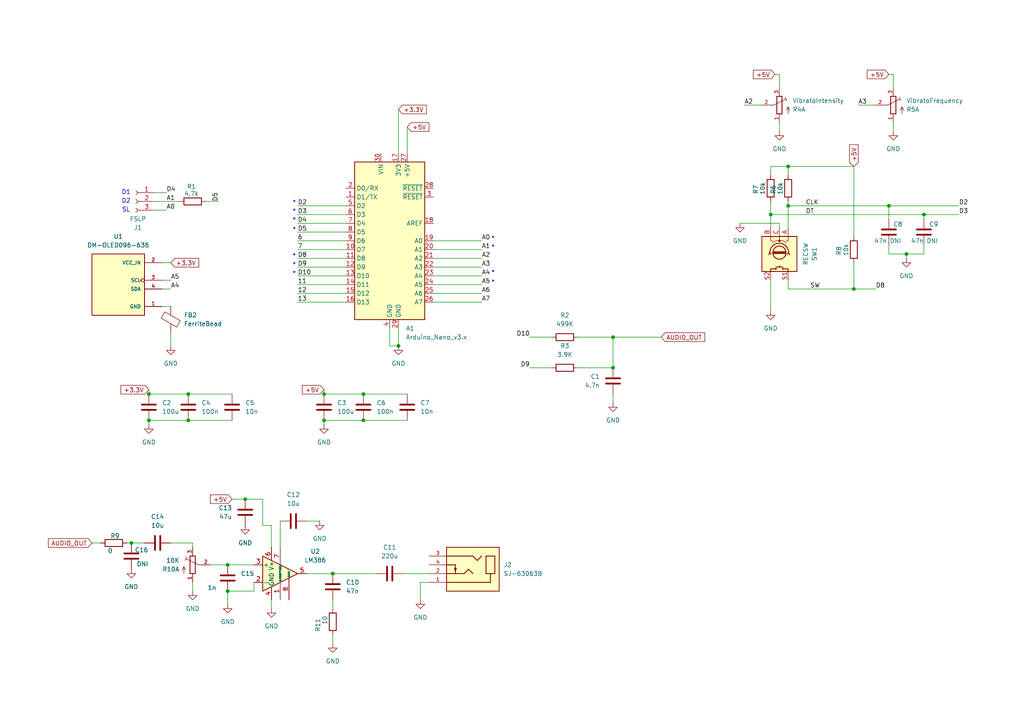
<source format=kicad_sch>
(kicad_sch
	(version 20250114)
	(generator "eeschema")
	(generator_version "9.0")
	(uuid "15f22a5d-b8c1-4c1b-b224-2bdcfca4b478")
	(paper "A4")
	(lib_symbols
		(symbol "Amplifier_Audio:LM386"
			(pin_names
				(offset 0.127)
			)
			(exclude_from_sim no)
			(in_bom yes)
			(on_board yes)
			(property "Reference" "U"
				(at 1.27 7.62 0)
				(effects
					(font
						(size 1.27 1.27)
					)
					(justify left)
				)
			)
			(property "Value" "LM386"
				(at 1.27 5.08 0)
				(effects
					(font
						(size 1.27 1.27)
					)
					(justify left)
				)
			)
			(property "Footprint" ""
				(at 2.54 2.54 0)
				(effects
					(font
						(size 1.27 1.27)
					)
					(hide yes)
				)
			)
			(property "Datasheet" "http://www.ti.com/lit/ds/symlink/lm386.pdf"
				(at 5.08 5.08 0)
				(effects
					(font
						(size 1.27 1.27)
					)
					(hide yes)
				)
			)
			(property "Description" "Low Voltage Audio Power Amplifier, DIP-8/SOIC-8/SSOP-8"
				(at 0 0 0)
				(effects
					(font
						(size 1.27 1.27)
					)
					(hide yes)
				)
			)
			(property "ki_keywords" "single Power opamp"
				(at 0 0 0)
				(effects
					(font
						(size 1.27 1.27)
					)
					(hide yes)
				)
			)
			(property "ki_fp_filters" "SOIC*3.9x4.9mm*P1.27mm* DIP*W7.62mm* MSSOP*P0.65mm* TSSOP*3x3mm*P0.5mm*"
				(at 0 0 0)
				(effects
					(font
						(size 1.27 1.27)
					)
					(hide yes)
				)
			)
			(symbol "LM386_0_1"
				(polyline
					(pts
						(xy 5.08 0) (xy -5.08 5.08) (xy -5.08 -5.08) (xy 5.08 0)
					)
					(stroke
						(width 0.254)
						(type default)
					)
					(fill
						(type background)
					)
				)
			)
			(symbol "LM386_1_1"
				(pin input line
					(at -7.62 2.54 0)
					(length 2.54)
					(name "+"
						(effects
							(font
								(size 1.27 1.27)
							)
						)
					)
					(number "3"
						(effects
							(font
								(size 1.27 1.27)
							)
						)
					)
				)
				(pin input line
					(at -7.62 -2.54 0)
					(length 2.54)
					(name "-"
						(effects
							(font
								(size 1.27 1.27)
							)
						)
					)
					(number "2"
						(effects
							(font
								(size 1.27 1.27)
							)
						)
					)
				)
				(pin power_in line
					(at -2.54 7.62 270)
					(length 3.81)
					(name "V+"
						(effects
							(font
								(size 1.27 1.27)
							)
						)
					)
					(number "6"
						(effects
							(font
								(size 1.27 1.27)
							)
						)
					)
				)
				(pin power_in line
					(at -2.54 -7.62 90)
					(length 3.81)
					(name "GND"
						(effects
							(font
								(size 1.27 1.27)
							)
						)
					)
					(number "4"
						(effects
							(font
								(size 1.27 1.27)
							)
						)
					)
				)
				(pin input line
					(at 0 7.62 270)
					(length 5.08)
					(name "BYPASS"
						(effects
							(font
								(size 0.508 0.508)
							)
						)
					)
					(number "7"
						(effects
							(font
								(size 1.27 1.27)
							)
						)
					)
				)
				(pin input line
					(at 0 -7.62 90)
					(length 5.08)
					(name "GAIN"
						(effects
							(font
								(size 0.508 0.508)
							)
						)
					)
					(number "1"
						(effects
							(font
								(size 1.27 1.27)
							)
						)
					)
				)
				(pin input line
					(at 2.54 -7.62 90)
					(length 6.35)
					(name "GAIN"
						(effects
							(font
								(size 0.508 0.508)
							)
						)
					)
					(number "8"
						(effects
							(font
								(size 1.27 1.27)
							)
						)
					)
				)
				(pin output line
					(at 7.62 0 180)
					(length 2.54)
					(name "~"
						(effects
							(font
								(size 1.27 1.27)
							)
						)
					)
					(number "5"
						(effects
							(font
								(size 1.27 1.27)
							)
						)
					)
				)
			)
			(embedded_fonts no)
		)
		(symbol "Connector:Conn_01x03_Socket"
			(pin_names
				(offset 1.016)
				(hide yes)
			)
			(exclude_from_sim no)
			(in_bom yes)
			(on_board yes)
			(property "Reference" "J"
				(at 0 5.08 0)
				(effects
					(font
						(size 1.27 1.27)
					)
				)
			)
			(property "Value" "Conn_01x03_Socket"
				(at 0 -5.08 0)
				(effects
					(font
						(size 1.27 1.27)
					)
				)
			)
			(property "Footprint" ""
				(at 0 0 0)
				(effects
					(font
						(size 1.27 1.27)
					)
					(hide yes)
				)
			)
			(property "Datasheet" "~"
				(at 0 0 0)
				(effects
					(font
						(size 1.27 1.27)
					)
					(hide yes)
				)
			)
			(property "Description" "Generic connector, single row, 01x03, script generated"
				(at 0 0 0)
				(effects
					(font
						(size 1.27 1.27)
					)
					(hide yes)
				)
			)
			(property "ki_locked" ""
				(at 0 0 0)
				(effects
					(font
						(size 1.27 1.27)
					)
				)
			)
			(property "ki_keywords" "connector"
				(at 0 0 0)
				(effects
					(font
						(size 1.27 1.27)
					)
					(hide yes)
				)
			)
			(property "ki_fp_filters" "Connector*:*_1x??_*"
				(at 0 0 0)
				(effects
					(font
						(size 1.27 1.27)
					)
					(hide yes)
				)
			)
			(symbol "Conn_01x03_Socket_1_1"
				(polyline
					(pts
						(xy -1.27 2.54) (xy -0.508 2.54)
					)
					(stroke
						(width 0.1524)
						(type default)
					)
					(fill
						(type none)
					)
				)
				(polyline
					(pts
						(xy -1.27 0) (xy -0.508 0)
					)
					(stroke
						(width 0.1524)
						(type default)
					)
					(fill
						(type none)
					)
				)
				(polyline
					(pts
						(xy -1.27 -2.54) (xy -0.508 -2.54)
					)
					(stroke
						(width 0.1524)
						(type default)
					)
					(fill
						(type none)
					)
				)
				(arc
					(start 0 2.032)
					(mid -0.5058 2.54)
					(end 0 3.048)
					(stroke
						(width 0.1524)
						(type default)
					)
					(fill
						(type none)
					)
				)
				(arc
					(start 0 -0.508)
					(mid -0.5058 0)
					(end 0 0.508)
					(stroke
						(width 0.1524)
						(type default)
					)
					(fill
						(type none)
					)
				)
				(arc
					(start 0 -3.048)
					(mid -0.5058 -2.54)
					(end 0 -2.032)
					(stroke
						(width 0.1524)
						(type default)
					)
					(fill
						(type none)
					)
				)
				(pin passive line
					(at -5.08 2.54 0)
					(length 3.81)
					(name "Pin_1"
						(effects
							(font
								(size 1.27 1.27)
							)
						)
					)
					(number "1"
						(effects
							(font
								(size 1.27 1.27)
							)
						)
					)
				)
				(pin passive line
					(at -5.08 0 0)
					(length 3.81)
					(name "Pin_2"
						(effects
							(font
								(size 1.27 1.27)
							)
						)
					)
					(number "2"
						(effects
							(font
								(size 1.27 1.27)
							)
						)
					)
				)
				(pin passive line
					(at -5.08 -2.54 0)
					(length 3.81)
					(name "Pin_3"
						(effects
							(font
								(size 1.27 1.27)
							)
						)
					)
					(number "3"
						(effects
							(font
								(size 1.27 1.27)
							)
						)
					)
				)
			)
			(embedded_fonts no)
		)
		(symbol "Device:C"
			(pin_numbers
				(hide yes)
			)
			(pin_names
				(offset 0.254)
			)
			(exclude_from_sim no)
			(in_bom yes)
			(on_board yes)
			(property "Reference" "C"
				(at 0.635 2.54 0)
				(effects
					(font
						(size 1.27 1.27)
					)
					(justify left)
				)
			)
			(property "Value" "C"
				(at 0.635 -2.54 0)
				(effects
					(font
						(size 1.27 1.27)
					)
					(justify left)
				)
			)
			(property "Footprint" ""
				(at 0.9652 -3.81 0)
				(effects
					(font
						(size 1.27 1.27)
					)
					(hide yes)
				)
			)
			(property "Datasheet" "~"
				(at 0 0 0)
				(effects
					(font
						(size 1.27 1.27)
					)
					(hide yes)
				)
			)
			(property "Description" "Unpolarized capacitor"
				(at 0 0 0)
				(effects
					(font
						(size 1.27 1.27)
					)
					(hide yes)
				)
			)
			(property "ki_keywords" "cap capacitor"
				(at 0 0 0)
				(effects
					(font
						(size 1.27 1.27)
					)
					(hide yes)
				)
			)
			(property "ki_fp_filters" "C_*"
				(at 0 0 0)
				(effects
					(font
						(size 1.27 1.27)
					)
					(hide yes)
				)
			)
			(symbol "C_0_1"
				(polyline
					(pts
						(xy -2.032 0.762) (xy 2.032 0.762)
					)
					(stroke
						(width 0.508)
						(type default)
					)
					(fill
						(type none)
					)
				)
				(polyline
					(pts
						(xy -2.032 -0.762) (xy 2.032 -0.762)
					)
					(stroke
						(width 0.508)
						(type default)
					)
					(fill
						(type none)
					)
				)
			)
			(symbol "C_1_1"
				(pin passive line
					(at 0 3.81 270)
					(length 2.794)
					(name "~"
						(effects
							(font
								(size 1.27 1.27)
							)
						)
					)
					(number "1"
						(effects
							(font
								(size 1.27 1.27)
							)
						)
					)
				)
				(pin passive line
					(at 0 -3.81 90)
					(length 2.794)
					(name "~"
						(effects
							(font
								(size 1.27 1.27)
							)
						)
					)
					(number "2"
						(effects
							(font
								(size 1.27 1.27)
							)
						)
					)
				)
			)
			(embedded_fonts no)
		)
		(symbol "Device:FerriteBead"
			(pin_numbers
				(hide yes)
			)
			(pin_names
				(offset 0)
			)
			(exclude_from_sim no)
			(in_bom yes)
			(on_board yes)
			(property "Reference" "FB"
				(at -3.81 0.635 90)
				(effects
					(font
						(size 1.27 1.27)
					)
				)
			)
			(property "Value" "FerriteBead"
				(at 3.81 0 90)
				(effects
					(font
						(size 1.27 1.27)
					)
				)
			)
			(property "Footprint" ""
				(at -1.778 0 90)
				(effects
					(font
						(size 1.27 1.27)
					)
					(hide yes)
				)
			)
			(property "Datasheet" "~"
				(at 0 0 0)
				(effects
					(font
						(size 1.27 1.27)
					)
					(hide yes)
				)
			)
			(property "Description" "Ferrite bead"
				(at 0 0 0)
				(effects
					(font
						(size 1.27 1.27)
					)
					(hide yes)
				)
			)
			(property "ki_keywords" "L ferrite bead inductor filter"
				(at 0 0 0)
				(effects
					(font
						(size 1.27 1.27)
					)
					(hide yes)
				)
			)
			(property "ki_fp_filters" "Inductor_* L_* *Ferrite*"
				(at 0 0 0)
				(effects
					(font
						(size 1.27 1.27)
					)
					(hide yes)
				)
			)
			(symbol "FerriteBead_0_1"
				(polyline
					(pts
						(xy -2.7686 0.4064) (xy -1.7018 2.2606) (xy 2.7686 -0.3048) (xy 1.6764 -2.159) (xy -2.7686 0.4064)
					)
					(stroke
						(width 0)
						(type default)
					)
					(fill
						(type none)
					)
				)
				(polyline
					(pts
						(xy 0 1.27) (xy 0 1.2954)
					)
					(stroke
						(width 0)
						(type default)
					)
					(fill
						(type none)
					)
				)
				(polyline
					(pts
						(xy 0 -1.27) (xy 0 -1.2192)
					)
					(stroke
						(width 0)
						(type default)
					)
					(fill
						(type none)
					)
				)
			)
			(symbol "FerriteBead_1_1"
				(pin passive line
					(at 0 3.81 270)
					(length 2.54)
					(name "~"
						(effects
							(font
								(size 1.27 1.27)
							)
						)
					)
					(number "1"
						(effects
							(font
								(size 1.27 1.27)
							)
						)
					)
				)
				(pin passive line
					(at 0 -3.81 90)
					(length 2.54)
					(name "~"
						(effects
							(font
								(size 1.27 1.27)
							)
						)
					)
					(number "2"
						(effects
							(font
								(size 1.27 1.27)
							)
						)
					)
				)
			)
			(embedded_fonts no)
		)
		(symbol "Device:R"
			(pin_numbers
				(hide yes)
			)
			(pin_names
				(offset 0)
			)
			(exclude_from_sim no)
			(in_bom yes)
			(on_board yes)
			(property "Reference" "R"
				(at 2.032 0 90)
				(effects
					(font
						(size 1.27 1.27)
					)
				)
			)
			(property "Value" "R"
				(at 0 0 90)
				(effects
					(font
						(size 1.27 1.27)
					)
				)
			)
			(property "Footprint" ""
				(at -1.778 0 90)
				(effects
					(font
						(size 1.27 1.27)
					)
					(hide yes)
				)
			)
			(property "Datasheet" "~"
				(at 0 0 0)
				(effects
					(font
						(size 1.27 1.27)
					)
					(hide yes)
				)
			)
			(property "Description" "Resistor"
				(at 0 0 0)
				(effects
					(font
						(size 1.27 1.27)
					)
					(hide yes)
				)
			)
			(property "ki_keywords" "R res resistor"
				(at 0 0 0)
				(effects
					(font
						(size 1.27 1.27)
					)
					(hide yes)
				)
			)
			(property "ki_fp_filters" "R_*"
				(at 0 0 0)
				(effects
					(font
						(size 1.27 1.27)
					)
					(hide yes)
				)
			)
			(symbol "R_0_1"
				(rectangle
					(start -1.016 -2.54)
					(end 1.016 2.54)
					(stroke
						(width 0.254)
						(type default)
					)
					(fill
						(type none)
					)
				)
			)
			(symbol "R_1_1"
				(pin passive line
					(at 0 3.81 270)
					(length 1.27)
					(name "~"
						(effects
							(font
								(size 1.27 1.27)
							)
						)
					)
					(number "1"
						(effects
							(font
								(size 1.27 1.27)
							)
						)
					)
				)
				(pin passive line
					(at 0 -3.81 90)
					(length 1.27)
					(name "~"
						(effects
							(font
								(size 1.27 1.27)
							)
						)
					)
					(number "2"
						(effects
							(font
								(size 1.27 1.27)
							)
						)
					)
				)
			)
			(embedded_fonts no)
		)
		(symbol "Device:RotaryEncoder_Switch"
			(pin_names
				(offset 0.254)
				(hide yes)
			)
			(exclude_from_sim no)
			(in_bom yes)
			(on_board yes)
			(property "Reference" "SW"
				(at 0 6.604 0)
				(effects
					(font
						(size 1.27 1.27)
					)
				)
			)
			(property "Value" "RotaryEncoder_Switch"
				(at 0 -6.604 0)
				(effects
					(font
						(size 1.27 1.27)
					)
				)
			)
			(property "Footprint" ""
				(at -3.81 4.064 0)
				(effects
					(font
						(size 1.27 1.27)
					)
					(hide yes)
				)
			)
			(property "Datasheet" "~"
				(at 0 6.604 0)
				(effects
					(font
						(size 1.27 1.27)
					)
					(hide yes)
				)
			)
			(property "Description" "Rotary encoder, dual channel, incremental quadrate outputs, with switch"
				(at 0 0 0)
				(effects
					(font
						(size 1.27 1.27)
					)
					(hide yes)
				)
			)
			(property "ki_keywords" "rotary switch encoder switch push button"
				(at 0 0 0)
				(effects
					(font
						(size 1.27 1.27)
					)
					(hide yes)
				)
			)
			(property "ki_fp_filters" "RotaryEncoder*Switch*"
				(at 0 0 0)
				(effects
					(font
						(size 1.27 1.27)
					)
					(hide yes)
				)
			)
			(symbol "RotaryEncoder_Switch_0_1"
				(rectangle
					(start -5.08 5.08)
					(end 5.08 -5.08)
					(stroke
						(width 0.254)
						(type default)
					)
					(fill
						(type background)
					)
				)
				(polyline
					(pts
						(xy -5.08 2.54) (xy -3.81 2.54) (xy -3.81 2.032)
					)
					(stroke
						(width 0)
						(type default)
					)
					(fill
						(type none)
					)
				)
				(polyline
					(pts
						(xy -5.08 0) (xy -3.81 0) (xy -3.81 -1.016) (xy -3.302 -2.032)
					)
					(stroke
						(width 0)
						(type default)
					)
					(fill
						(type none)
					)
				)
				(polyline
					(pts
						(xy -5.08 -2.54) (xy -3.81 -2.54) (xy -3.81 -2.032)
					)
					(stroke
						(width 0)
						(type default)
					)
					(fill
						(type none)
					)
				)
				(polyline
					(pts
						(xy -4.318 0) (xy -3.81 0) (xy -3.81 1.016) (xy -3.302 2.032)
					)
					(stroke
						(width 0)
						(type default)
					)
					(fill
						(type none)
					)
				)
				(circle
					(center -3.81 0)
					(radius 0.254)
					(stroke
						(width 0)
						(type default)
					)
					(fill
						(type outline)
					)
				)
				(polyline
					(pts
						(xy -0.635 -1.778) (xy -0.635 1.778)
					)
					(stroke
						(width 0.254)
						(type default)
					)
					(fill
						(type none)
					)
				)
				(circle
					(center -0.381 0)
					(radius 1.905)
					(stroke
						(width 0.254)
						(type default)
					)
					(fill
						(type none)
					)
				)
				(polyline
					(pts
						(xy -0.381 -1.778) (xy -0.381 1.778)
					)
					(stroke
						(width 0.254)
						(type default)
					)
					(fill
						(type none)
					)
				)
				(arc
					(start -0.381 -2.794)
					(mid -3.0988 -0.0635)
					(end -0.381 2.667)
					(stroke
						(width 0.254)
						(type default)
					)
					(fill
						(type none)
					)
				)
				(polyline
					(pts
						(xy -0.127 1.778) (xy -0.127 -1.778)
					)
					(stroke
						(width 0.254)
						(type default)
					)
					(fill
						(type none)
					)
				)
				(polyline
					(pts
						(xy 0.254 2.921) (xy -0.508 2.667) (xy 0.127 2.286)
					)
					(stroke
						(width 0.254)
						(type default)
					)
					(fill
						(type none)
					)
				)
				(polyline
					(pts
						(xy 0.254 -3.048) (xy -0.508 -2.794) (xy 0.127 -2.413)
					)
					(stroke
						(width 0.254)
						(type default)
					)
					(fill
						(type none)
					)
				)
				(polyline
					(pts
						(xy 3.81 1.016) (xy 3.81 -1.016)
					)
					(stroke
						(width 0.254)
						(type default)
					)
					(fill
						(type none)
					)
				)
				(polyline
					(pts
						(xy 3.81 0) (xy 3.429 0)
					)
					(stroke
						(width 0.254)
						(type default)
					)
					(fill
						(type none)
					)
				)
				(circle
					(center 4.318 1.016)
					(radius 0.127)
					(stroke
						(width 0.254)
						(type default)
					)
					(fill
						(type none)
					)
				)
				(circle
					(center 4.318 -1.016)
					(radius 0.127)
					(stroke
						(width 0.254)
						(type default)
					)
					(fill
						(type none)
					)
				)
				(polyline
					(pts
						(xy 5.08 2.54) (xy 4.318 2.54) (xy 4.318 1.016)
					)
					(stroke
						(width 0.254)
						(type default)
					)
					(fill
						(type none)
					)
				)
				(polyline
					(pts
						(xy 5.08 -2.54) (xy 4.318 -2.54) (xy 4.318 -1.016)
					)
					(stroke
						(width 0.254)
						(type default)
					)
					(fill
						(type none)
					)
				)
			)
			(symbol "RotaryEncoder_Switch_1_1"
				(pin passive line
					(at -7.62 2.54 0)
					(length 2.54)
					(name "A"
						(effects
							(font
								(size 1.27 1.27)
							)
						)
					)
					(number "A"
						(effects
							(font
								(size 1.27 1.27)
							)
						)
					)
				)
				(pin passive line
					(at -7.62 0 0)
					(length 2.54)
					(name "C"
						(effects
							(font
								(size 1.27 1.27)
							)
						)
					)
					(number "C"
						(effects
							(font
								(size 1.27 1.27)
							)
						)
					)
				)
				(pin passive line
					(at -7.62 -2.54 0)
					(length 2.54)
					(name "B"
						(effects
							(font
								(size 1.27 1.27)
							)
						)
					)
					(number "B"
						(effects
							(font
								(size 1.27 1.27)
							)
						)
					)
				)
				(pin passive line
					(at 7.62 2.54 180)
					(length 2.54)
					(name "S1"
						(effects
							(font
								(size 1.27 1.27)
							)
						)
					)
					(number "S1"
						(effects
							(font
								(size 1.27 1.27)
							)
						)
					)
				)
				(pin passive line
					(at 7.62 -2.54 180)
					(length 2.54)
					(name "S2"
						(effects
							(font
								(size 1.27 1.27)
							)
						)
					)
					(number "S2"
						(effects
							(font
								(size 1.27 1.27)
							)
						)
					)
				)
			)
			(embedded_fonts no)
		)
		(symbol "MCU_Module:Arduino_Nano_v3.x"
			(exclude_from_sim no)
			(in_bom yes)
			(on_board yes)
			(property "Reference" "A"
				(at -10.16 23.495 0)
				(effects
					(font
						(size 1.27 1.27)
					)
					(justify left bottom)
				)
			)
			(property "Value" "Arduino_Nano_v3.x"
				(at 5.08 -24.13 0)
				(effects
					(font
						(size 1.27 1.27)
					)
					(justify left top)
				)
			)
			(property "Footprint" "Module:Arduino_Nano"
				(at 0 0 0)
				(effects
					(font
						(size 1.27 1.27)
						(italic yes)
					)
					(hide yes)
				)
			)
			(property "Datasheet" "http://www.mouser.com/pdfdocs/Gravitech_Arduino_Nano3_0.pdf"
				(at 0 0 0)
				(effects
					(font
						(size 1.27 1.27)
					)
					(hide yes)
				)
			)
			(property "Description" "Arduino Nano v3.x"
				(at 0 0 0)
				(effects
					(font
						(size 1.27 1.27)
					)
					(hide yes)
				)
			)
			(property "ki_keywords" "Arduino nano microcontroller module USB"
				(at 0 0 0)
				(effects
					(font
						(size 1.27 1.27)
					)
					(hide yes)
				)
			)
			(property "ki_fp_filters" "Arduino*Nano*"
				(at 0 0 0)
				(effects
					(font
						(size 1.27 1.27)
					)
					(hide yes)
				)
			)
			(symbol "Arduino_Nano_v3.x_0_1"
				(rectangle
					(start -10.16 22.86)
					(end 10.16 -22.86)
					(stroke
						(width 0.254)
						(type default)
					)
					(fill
						(type background)
					)
				)
			)
			(symbol "Arduino_Nano_v3.x_1_1"
				(pin bidirectional line
					(at -12.7 15.24 0)
					(length 2.54)
					(name "D0/RX"
						(effects
							(font
								(size 1.27 1.27)
							)
						)
					)
					(number "2"
						(effects
							(font
								(size 1.27 1.27)
							)
						)
					)
				)
				(pin bidirectional line
					(at -12.7 12.7 0)
					(length 2.54)
					(name "D1/TX"
						(effects
							(font
								(size 1.27 1.27)
							)
						)
					)
					(number "1"
						(effects
							(font
								(size 1.27 1.27)
							)
						)
					)
				)
				(pin bidirectional line
					(at -12.7 10.16 0)
					(length 2.54)
					(name "D2"
						(effects
							(font
								(size 1.27 1.27)
							)
						)
					)
					(number "5"
						(effects
							(font
								(size 1.27 1.27)
							)
						)
					)
				)
				(pin bidirectional line
					(at -12.7 7.62 0)
					(length 2.54)
					(name "D3"
						(effects
							(font
								(size 1.27 1.27)
							)
						)
					)
					(number "6"
						(effects
							(font
								(size 1.27 1.27)
							)
						)
					)
				)
				(pin bidirectional line
					(at -12.7 5.08 0)
					(length 2.54)
					(name "D4"
						(effects
							(font
								(size 1.27 1.27)
							)
						)
					)
					(number "7"
						(effects
							(font
								(size 1.27 1.27)
							)
						)
					)
				)
				(pin bidirectional line
					(at -12.7 2.54 0)
					(length 2.54)
					(name "D5"
						(effects
							(font
								(size 1.27 1.27)
							)
						)
					)
					(number "8"
						(effects
							(font
								(size 1.27 1.27)
							)
						)
					)
				)
				(pin bidirectional line
					(at -12.7 0 0)
					(length 2.54)
					(name "D6"
						(effects
							(font
								(size 1.27 1.27)
							)
						)
					)
					(number "9"
						(effects
							(font
								(size 1.27 1.27)
							)
						)
					)
				)
				(pin bidirectional line
					(at -12.7 -2.54 0)
					(length 2.54)
					(name "D7"
						(effects
							(font
								(size 1.27 1.27)
							)
						)
					)
					(number "10"
						(effects
							(font
								(size 1.27 1.27)
							)
						)
					)
				)
				(pin bidirectional line
					(at -12.7 -5.08 0)
					(length 2.54)
					(name "D8"
						(effects
							(font
								(size 1.27 1.27)
							)
						)
					)
					(number "11"
						(effects
							(font
								(size 1.27 1.27)
							)
						)
					)
				)
				(pin bidirectional line
					(at -12.7 -7.62 0)
					(length 2.54)
					(name "D9"
						(effects
							(font
								(size 1.27 1.27)
							)
						)
					)
					(number "12"
						(effects
							(font
								(size 1.27 1.27)
							)
						)
					)
				)
				(pin bidirectional line
					(at -12.7 -10.16 0)
					(length 2.54)
					(name "D10"
						(effects
							(font
								(size 1.27 1.27)
							)
						)
					)
					(number "13"
						(effects
							(font
								(size 1.27 1.27)
							)
						)
					)
				)
				(pin bidirectional line
					(at -12.7 -12.7 0)
					(length 2.54)
					(name "D11"
						(effects
							(font
								(size 1.27 1.27)
							)
						)
					)
					(number "14"
						(effects
							(font
								(size 1.27 1.27)
							)
						)
					)
				)
				(pin bidirectional line
					(at -12.7 -15.24 0)
					(length 2.54)
					(name "D12"
						(effects
							(font
								(size 1.27 1.27)
							)
						)
					)
					(number "15"
						(effects
							(font
								(size 1.27 1.27)
							)
						)
					)
				)
				(pin bidirectional line
					(at -12.7 -17.78 0)
					(length 2.54)
					(name "D13"
						(effects
							(font
								(size 1.27 1.27)
							)
						)
					)
					(number "16"
						(effects
							(font
								(size 1.27 1.27)
							)
						)
					)
				)
				(pin power_in line
					(at -2.54 25.4 270)
					(length 2.54)
					(name "VIN"
						(effects
							(font
								(size 1.27 1.27)
							)
						)
					)
					(number "30"
						(effects
							(font
								(size 1.27 1.27)
							)
						)
					)
				)
				(pin power_in line
					(at 0 -25.4 90)
					(length 2.54)
					(name "GND"
						(effects
							(font
								(size 1.27 1.27)
							)
						)
					)
					(number "4"
						(effects
							(font
								(size 1.27 1.27)
							)
						)
					)
				)
				(pin power_out line
					(at 2.54 25.4 270)
					(length 2.54)
					(name "3V3"
						(effects
							(font
								(size 1.27 1.27)
							)
						)
					)
					(number "17"
						(effects
							(font
								(size 1.27 1.27)
							)
						)
					)
				)
				(pin power_in line
					(at 2.54 -25.4 90)
					(length 2.54)
					(name "GND"
						(effects
							(font
								(size 1.27 1.27)
							)
						)
					)
					(number "29"
						(effects
							(font
								(size 1.27 1.27)
							)
						)
					)
				)
				(pin power_out line
					(at 5.08 25.4 270)
					(length 2.54)
					(name "+5V"
						(effects
							(font
								(size 1.27 1.27)
							)
						)
					)
					(number "27"
						(effects
							(font
								(size 1.27 1.27)
							)
						)
					)
				)
				(pin input line
					(at 12.7 15.24 180)
					(length 2.54)
					(name "~{RESET}"
						(effects
							(font
								(size 1.27 1.27)
							)
						)
					)
					(number "28"
						(effects
							(font
								(size 1.27 1.27)
							)
						)
					)
				)
				(pin input line
					(at 12.7 12.7 180)
					(length 2.54)
					(name "~{RESET}"
						(effects
							(font
								(size 1.27 1.27)
							)
						)
					)
					(number "3"
						(effects
							(font
								(size 1.27 1.27)
							)
						)
					)
				)
				(pin input line
					(at 12.7 5.08 180)
					(length 2.54)
					(name "AREF"
						(effects
							(font
								(size 1.27 1.27)
							)
						)
					)
					(number "18"
						(effects
							(font
								(size 1.27 1.27)
							)
						)
					)
				)
				(pin bidirectional line
					(at 12.7 0 180)
					(length 2.54)
					(name "A0"
						(effects
							(font
								(size 1.27 1.27)
							)
						)
					)
					(number "19"
						(effects
							(font
								(size 1.27 1.27)
							)
						)
					)
				)
				(pin bidirectional line
					(at 12.7 -2.54 180)
					(length 2.54)
					(name "A1"
						(effects
							(font
								(size 1.27 1.27)
							)
						)
					)
					(number "20"
						(effects
							(font
								(size 1.27 1.27)
							)
						)
					)
				)
				(pin bidirectional line
					(at 12.7 -5.08 180)
					(length 2.54)
					(name "A2"
						(effects
							(font
								(size 1.27 1.27)
							)
						)
					)
					(number "21"
						(effects
							(font
								(size 1.27 1.27)
							)
						)
					)
				)
				(pin bidirectional line
					(at 12.7 -7.62 180)
					(length 2.54)
					(name "A3"
						(effects
							(font
								(size 1.27 1.27)
							)
						)
					)
					(number "22"
						(effects
							(font
								(size 1.27 1.27)
							)
						)
					)
				)
				(pin bidirectional line
					(at 12.7 -10.16 180)
					(length 2.54)
					(name "A4"
						(effects
							(font
								(size 1.27 1.27)
							)
						)
					)
					(number "23"
						(effects
							(font
								(size 1.27 1.27)
							)
						)
					)
				)
				(pin bidirectional line
					(at 12.7 -12.7 180)
					(length 2.54)
					(name "A5"
						(effects
							(font
								(size 1.27 1.27)
							)
						)
					)
					(number "24"
						(effects
							(font
								(size 1.27 1.27)
							)
						)
					)
				)
				(pin bidirectional line
					(at 12.7 -15.24 180)
					(length 2.54)
					(name "A6"
						(effects
							(font
								(size 1.27 1.27)
							)
						)
					)
					(number "25"
						(effects
							(font
								(size 1.27 1.27)
							)
						)
					)
				)
				(pin bidirectional line
					(at 12.7 -17.78 180)
					(length 2.54)
					(name "A7"
						(effects
							(font
								(size 1.27 1.27)
							)
						)
					)
					(number "26"
						(effects
							(font
								(size 1.27 1.27)
							)
						)
					)
				)
			)
			(embedded_fonts no)
		)
		(symbol "OLED:DM-OLED096-636"
			(pin_names
				(offset 1.016)
			)
			(exclude_from_sim no)
			(in_bom yes)
			(on_board yes)
			(property "Reference" "U"
				(at -7.62 10.922 0)
				(effects
					(font
						(size 1.27 1.27)
					)
					(justify left bottom)
				)
			)
			(property "Value" "DM-OLED096-636"
				(at -7.62 -10.16 0)
				(effects
					(font
						(size 1.27 1.27)
					)
					(justify left bottom)
				)
			)
			(property "Footprint" "DM-OLED096-636:MODULE_DM-OLED096-636"
				(at 0 0 0)
				(effects
					(font
						(size 1.27 1.27)
					)
					(justify bottom)
					(hide yes)
				)
			)
			(property "Datasheet" ""
				(at 0 0 0)
				(effects
					(font
						(size 1.27 1.27)
					)
					(hide yes)
				)
			)
			(property "Description" ""
				(at 0 0 0)
				(effects
					(font
						(size 1.27 1.27)
					)
					(hide yes)
				)
			)
			(property "MF" "Display Module"
				(at 0 0 0)
				(effects
					(font
						(size 1.27 1.27)
					)
					(justify bottom)
					(hide yes)
				)
			)
			(property "MAXIMUM_PACKAGE_HEIGHT" "11.3 mm"
				(at 0 0 0)
				(effects
					(font
						(size 1.27 1.27)
					)
					(justify bottom)
					(hide yes)
				)
			)
			(property "Package" "Package"
				(at 0 0 0)
				(effects
					(font
						(size 1.27 1.27)
					)
					(justify bottom)
					(hide yes)
				)
			)
			(property "Price" "None"
				(at 0 0 0)
				(effects
					(font
						(size 1.27 1.27)
					)
					(justify bottom)
					(hide yes)
				)
			)
			(property "Check_prices" "https://www.snapeda.com/parts/DM-OLED096-636/Display+Module/view-part/?ref=eda"
				(at 0 0 0)
				(effects
					(font
						(size 1.27 1.27)
					)
					(justify bottom)
					(hide yes)
				)
			)
			(property "STANDARD" "Manufacturer Recommendations"
				(at 0 0 0)
				(effects
					(font
						(size 1.27 1.27)
					)
					(justify bottom)
					(hide yes)
				)
			)
			(property "PARTREV" "2018-09-10"
				(at 0 0 0)
				(effects
					(font
						(size 1.27 1.27)
					)
					(justify bottom)
					(hide yes)
				)
			)
			(property "SnapEDA_Link" "https://www.snapeda.com/parts/DM-OLED096-636/Display+Module/view-part/?ref=snap"
				(at 0 0 0)
				(effects
					(font
						(size 1.27 1.27)
					)
					(justify bottom)
					(hide yes)
				)
			)
			(property "MP" "DM-OLED096-636"
				(at 0 0 0)
				(effects
					(font
						(size 1.27 1.27)
					)
					(justify bottom)
					(hide yes)
				)
			)
			(property "Description_1" "0.96” 128 X 64 MONOCHROME GRAPHIC OLED DISPLAY MODULE - I2C"
				(at 0 0 0)
				(effects
					(font
						(size 1.27 1.27)
					)
					(justify bottom)
					(hide yes)
				)
			)
			(property "Availability" "Not in stock"
				(at 0 0 0)
				(effects
					(font
						(size 1.27 1.27)
					)
					(justify bottom)
					(hide yes)
				)
			)
			(property "MANUFACTURER" "Displaymodule"
				(at 0 0 0)
				(effects
					(font
						(size 1.27 1.27)
					)
					(justify bottom)
					(hide yes)
				)
			)
			(symbol "DM-OLED096-636_0_0"
				(rectangle
					(start -7.62 -7.62)
					(end 7.62 10.16)
					(stroke
						(width 0.254)
						(type default)
					)
					(fill
						(type background)
					)
				)
				(pin power_in line
					(at 12.7 7.62 180)
					(length 5.08)
					(name "VCC_IN"
						(effects
							(font
								(size 1.016 1.016)
							)
						)
					)
					(number "2"
						(effects
							(font
								(size 1.016 1.016)
							)
						)
					)
				)
				(pin input clock
					(at 12.7 2.54 180)
					(length 5.08)
					(name "SCL"
						(effects
							(font
								(size 1.016 1.016)
							)
						)
					)
					(number "3"
						(effects
							(font
								(size 1.016 1.016)
							)
						)
					)
				)
				(pin bidirectional line
					(at 12.7 0 180)
					(length 5.08)
					(name "SDA"
						(effects
							(font
								(size 1.016 1.016)
							)
						)
					)
					(number "4"
						(effects
							(font
								(size 1.016 1.016)
							)
						)
					)
				)
				(pin power_in line
					(at 12.7 -5.08 180)
					(length 5.08)
					(name "GND"
						(effects
							(font
								(size 1.016 1.016)
							)
						)
					)
					(number "1"
						(effects
							(font
								(size 1.016 1.016)
							)
						)
					)
				)
			)
			(embedded_fonts no)
		)
		(symbol "PTV09A:PTV09A-4025F-B103"
			(pin_names
				(offset 1.016)
			)
			(exclude_from_sim no)
			(in_bom yes)
			(on_board yes)
			(property "Reference" "R"
				(at 2.54 -7.62 0)
				(effects
					(font
						(size 1.27 1.27)
					)
					(justify left bottom)
				)
			)
			(property "Value" "PTV09A-4025F-B103"
				(at 2.54 -5.08 0)
				(effects
					(font
						(size 1.27 1.27)
					)
					(justify left bottom)
				)
			)
			(property "Footprint" "PTV09A-4025F-B103:PTV09A-4025F-B103"
				(at 0 0 0)
				(effects
					(font
						(size 1.27 1.27)
					)
					(justify bottom)
					(hide yes)
				)
			)
			(property "Datasheet" ""
				(at 0 0 0)
				(effects
					(font
						(size 1.27 1.27)
					)
					(hide yes)
				)
			)
			(property "Description" ""
				(at 0 0 0)
				(effects
					(font
						(size 1.27 1.27)
					)
					(hide yes)
				)
			)
			(property "MF" "Bourns"
				(at 0 0 0)
				(effects
					(font
						(size 1.27 1.27)
					)
					(justify bottom)
					(hide yes)
				)
			)
			(property "Description_1" "PANEL CONTROL - 9MM-ST-CARBON | Bourns PTV09A-4025F-B103"
				(at 0 0 0)
				(effects
					(font
						(size 1.27 1.27)
					)
					(justify bottom)
					(hide yes)
				)
			)
			(property "Package" "None"
				(at 0 0 0)
				(effects
					(font
						(size 1.27 1.27)
					)
					(justify bottom)
					(hide yes)
				)
			)
			(property "Price" "None"
				(at 0 0 0)
				(effects
					(font
						(size 1.27 1.27)
					)
					(justify bottom)
					(hide yes)
				)
			)
			(property "SnapEDA_Link" "https://www.snapeda.com/parts/PTV09A-4025F-B103/Bourns/view-part/?ref=snap"
				(at 0 0 0)
				(effects
					(font
						(size 1.27 1.27)
					)
					(justify bottom)
					(hide yes)
				)
			)
			(property "MP" "PTV09A-4025F-B103"
				(at 0 0 0)
				(effects
					(font
						(size 1.27 1.27)
					)
					(justify bottom)
					(hide yes)
				)
			)
			(property "Purchase-URL" "https://www.snapeda.com/api/url_track_click_mouser/?unipart_id=48666&manufacturer=Bourns&part_name=PTV09A-4025F-B103&search_term=None"
				(at 0 0 0)
				(effects
					(font
						(size 1.27 1.27)
					)
					(justify bottom)
					(hide yes)
				)
			)
			(property "Availability" "In Stock"
				(at 0 0 0)
				(effects
					(font
						(size 1.27 1.27)
					)
					(justify bottom)
					(hide yes)
				)
			)
			(property "Check_prices" "https://www.snapeda.com/parts/PTV09A-4025F-B103/Bourns/view-part/?ref=eda"
				(at 0 0 0)
				(effects
					(font
						(size 1.27 1.27)
					)
					(justify bottom)
					(hide yes)
				)
			)
			(symbol "PTV09A-4025F-B103_1_0"
				(polyline
					(pts
						(xy -2.54 -0.508) (xy -3.048 -1.524)
					)
					(stroke
						(width 0.1524)
						(type default)
					)
					(fill
						(type none)
					)
				)
				(polyline
					(pts
						(xy -2.54 -0.508) (xy -2.032 -1.524)
					)
					(stroke
						(width 0.1524)
						(type default)
					)
					(fill
						(type none)
					)
				)
				(polyline
					(pts
						(xy -2.54 -2.54) (xy -2.54 -0.508)
					)
					(stroke
						(width 0.1524)
						(type default)
					)
					(fill
						(type none)
					)
				)
				(polyline
					(pts
						(xy -2.1597 1.2939) (xy -1.7018 2.2352)
					)
					(stroke
						(width 0.1524)
						(type default)
					)
					(fill
						(type none)
					)
				)
				(polyline
					(pts
						(xy -0.762 2.54) (xy -0.762 -2.54)
					)
					(stroke
						(width 0.254)
						(type default)
					)
					(fill
						(type none)
					)
				)
				(polyline
					(pts
						(xy -0.762 -2.54) (xy 0.762 -2.54)
					)
					(stroke
						(width 0.254)
						(type default)
					)
					(fill
						(type none)
					)
				)
				(polyline
					(pts
						(xy 0.762 2.54) (xy -0.762 2.54)
					)
					(stroke
						(width 0.254)
						(type default)
					)
					(fill
						(type none)
					)
				)
				(polyline
					(pts
						(xy 0.762 -2.54) (xy 0.762 2.54)
					)
					(stroke
						(width 0.254)
						(type default)
					)
					(fill
						(type none)
					)
				)
				(polyline
					(pts
						(xy 1.651 0) (xy -1.8796 1.7526)
					)
					(stroke
						(width 0.1524)
						(type default)
					)
					(fill
						(type none)
					)
				)
				(polyline
					(pts
						(xy 2.54 0) (xy 1.651 0)
					)
					(stroke
						(width 0.1524)
						(type default)
					)
					(fill
						(type none)
					)
				)
				(pin passive line
					(at 0 5.08 270)
					(length 2.54)
					(name "~"
						(effects
							(font
								(size 1.016 1.016)
							)
						)
					)
					(number "3"
						(effects
							(font
								(size 1.016 1.016)
							)
						)
					)
				)
				(pin passive line
					(at 0 -5.08 90)
					(length 2.54)
					(name "~"
						(effects
							(font
								(size 1.016 1.016)
							)
						)
					)
					(number "1"
						(effects
							(font
								(size 1.016 1.016)
							)
						)
					)
				)
				(pin passive line
					(at 5.08 0 180)
					(length 2.54)
					(name "~"
						(effects
							(font
								(size 1.016 1.016)
							)
						)
					)
					(number "2"
						(effects
							(font
								(size 1.016 1.016)
							)
						)
					)
				)
			)
			(symbol "PTV09A-4025F-B103_2_0"
				(pin passive line
					(at 0 0 270)
					(length 5.08)
					(name "~"
						(effects
							(font
								(size 1.016 1.016)
							)
						)
					)
					(number "S1"
						(effects
							(font
								(size 1.016 1.016)
							)
						)
					)
				)
			)
			(symbol "PTV09A-4025F-B103_3_0"
				(pin passive line
					(at 0 0 270)
					(length 5.08)
					(name "~"
						(effects
							(font
								(size 1.016 1.016)
							)
						)
					)
					(number "S2"
						(effects
							(font
								(size 1.016 1.016)
							)
						)
					)
				)
			)
			(embedded_fonts no)
		)
		(symbol "SJ63063B:SJ-63063B"
			(pin_names
				(offset 1.016)
			)
			(exclude_from_sim no)
			(in_bom yes)
			(on_board yes)
			(property "Reference" "J"
				(at -7.62 5.842 0)
				(effects
					(font
						(size 1.27 1.27)
					)
					(justify left bottom)
				)
			)
			(property "Value" "SJ-63063B"
				(at -7.62 -8.382 0)
				(effects
					(font
						(size 1.27 1.27)
					)
					(justify left top)
				)
			)
			(property "Footprint" "SJ-63063B:CUI_SJ-63063B"
				(at 0 0 0)
				(effects
					(font
						(size 1.27 1.27)
					)
					(justify bottom)
					(hide yes)
				)
			)
			(property "Datasheet" ""
				(at 0 0 0)
				(effects
					(font
						(size 1.27 1.27)
					)
					(hide yes)
				)
			)
			(property "Description" ""
				(at 0 0 0)
				(effects
					(font
						(size 1.27 1.27)
					)
					(hide yes)
				)
			)
			(property "MF" "Same Sky"
				(at 0 0 0)
				(effects
					(font
						(size 1.27 1.27)
					)
					(justify bottom)
					(hide yes)
				)
			)
			(property "MAXIMUM_PACKAGE_HEIGHT" "12.5mm"
				(at 0 0 0)
				(effects
					(font
						(size 1.27 1.27)
					)
					(justify bottom)
					(hide yes)
				)
			)
			(property "Package" "None"
				(at 0 0 0)
				(effects
					(font
						(size 1.27 1.27)
					)
					(justify bottom)
					(hide yes)
				)
			)
			(property "Price" "None"
				(at 0 0 0)
				(effects
					(font
						(size 1.27 1.27)
					)
					(justify bottom)
					(hide yes)
				)
			)
			(property "Check_prices" "https://www.snapeda.com/parts/SJ-63063B/Same+Sky/view-part/?ref=eda"
				(at 0 0 0)
				(effects
					(font
						(size 1.27 1.27)
					)
					(justify bottom)
					(hide yes)
				)
			)
			(property "STANDARD" "Manufacturer Recommendations"
				(at 0 0 0)
				(effects
					(font
						(size 1.27 1.27)
					)
					(justify bottom)
					(hide yes)
				)
			)
			(property "PARTREV" "1.0"
				(at 0 0 0)
				(effects
					(font
						(size 1.27 1.27)
					)
					(justify bottom)
					(hide yes)
				)
			)
			(property "SnapEDA_Link" "https://www.snapeda.com/parts/SJ-63063B/Same+Sky/view-part/?ref=snap"
				(at 0 0 0)
				(effects
					(font
						(size 1.27 1.27)
					)
					(justify bottom)
					(hide yes)
				)
			)
			(property "MP" "SJ-63063B"
				(at 0 0 0)
				(effects
					(font
						(size 1.27 1.27)
					)
					(justify bottom)
					(hide yes)
				)
			)
			(property "Description_1" "6.35 mm, Stereo, Right Angle, Through Hole, 3 Conductors, 1 Internal Tip Switch, Audio Jack Connector"
				(at 0 0 0)
				(effects
					(font
						(size 1.27 1.27)
					)
					(justify bottom)
					(hide yes)
				)
			)
			(property "Availability" "In Stock"
				(at 0 0 0)
				(effects
					(font
						(size 1.27 1.27)
					)
					(justify bottom)
					(hide yes)
				)
			)
			(property "MANUFACTURER" "CUI Devices"
				(at 0 0 0)
				(effects
					(font
						(size 1.27 1.27)
					)
					(justify bottom)
					(hide yes)
				)
			)
			(symbol "SJ-63063B_0_0"
				(rectangle
					(start -7.62 -7.62)
					(end 7.62 5.08)
					(stroke
						(width 0.254)
						(type default)
					)
					(fill
						(type background)
					)
				)
				(polyline
					(pts
						(xy -6.35 0) (xy -5.08 0)
					)
					(stroke
						(width 0.254)
						(type default)
					)
					(fill
						(type none)
					)
				)
				(polyline
					(pts
						(xy -6.35 -5.08) (xy -6.35 0)
					)
					(stroke
						(width 0.254)
						(type default)
					)
					(fill
						(type none)
					)
				)
				(polyline
					(pts
						(xy -5.08 2.54) (xy 7.62 2.54)
					)
					(stroke
						(width 0.254)
						(type default)
					)
					(fill
						(type none)
					)
				)
				(polyline
					(pts
						(xy -5.08 0) (xy -5.08 2.54)
					)
					(stroke
						(width 0.254)
						(type default)
					)
					(fill
						(type none)
					)
				)
				(polyline
					(pts
						(xy -5.08 0) (xy -3.81 0)
					)
					(stroke
						(width 0.254)
						(type default)
					)
					(fill
						(type none)
					)
				)
				(polyline
					(pts
						(xy -3.81 0) (xy -3.81 -5.08)
					)
					(stroke
						(width 0.254)
						(type default)
					)
					(fill
						(type none)
					)
				)
				(polyline
					(pts
						(xy -3.81 -5.08) (xy -6.35 -5.08)
					)
					(stroke
						(width 0.254)
						(type default)
					)
					(fill
						(type none)
					)
				)
				(polyline
					(pts
						(xy -2.54 -5.08) (xy -1.27 -3.81)
					)
					(stroke
						(width 0.254)
						(type default)
					)
					(fill
						(type none)
					)
				)
				(polyline
					(pts
						(xy -1.27 -3.81) (xy 0 -5.08)
					)
					(stroke
						(width 0.254)
						(type default)
					)
					(fill
						(type none)
					)
				)
				(polyline
					(pts
						(xy 0 0) (xy 1.27 -1.27)
					)
					(stroke
						(width 0.254)
						(type default)
					)
					(fill
						(type none)
					)
				)
				(polyline
					(pts
						(xy 0 -5.08) (xy 7.62 -5.08)
					)
					(stroke
						(width 0.254)
						(type default)
					)
					(fill
						(type none)
					)
				)
				(polyline
					(pts
						(xy 1.27 -1.27) (xy 2.54 0)
					)
					(stroke
						(width 0.254)
						(type default)
					)
					(fill
						(type none)
					)
				)
				(polyline
					(pts
						(xy 2.54 0) (xy 7.62 0)
					)
					(stroke
						(width 0.254)
						(type default)
					)
					(fill
						(type none)
					)
				)
				(polyline
					(pts
						(xy 5.08 -0.762) (xy 5.334 -1.524) (xy 4.826 -1.524) (xy 5.08 -0.762)
					)
					(stroke
						(width 0.254)
						(type default)
					)
					(fill
						(type outline)
					)
				)
				(polyline
					(pts
						(xy 5.08 -2.54) (xy 5.08 0)
					)
					(stroke
						(width 0.254)
						(type default)
					)
					(fill
						(type none)
					)
				)
				(polyline
					(pts
						(xy 5.08 -2.54) (xy 7.62 -2.54)
					)
					(stroke
						(width 0.254)
						(type default)
					)
					(fill
						(type none)
					)
				)
				(pin passive line
					(at 12.7 2.54 180)
					(length 5.08)
					(name "~"
						(effects
							(font
								(size 1.016 1.016)
							)
						)
					)
					(number "1"
						(effects
							(font
								(size 1.016 1.016)
							)
						)
					)
				)
				(pin passive line
					(at 12.7 0 180)
					(length 5.08)
					(name "~"
						(effects
							(font
								(size 1.016 1.016)
							)
						)
					)
					(number "2"
						(effects
							(font
								(size 1.016 1.016)
							)
						)
					)
				)
				(pin passive line
					(at 12.7 -2.54 180)
					(length 5.08)
					(name "~"
						(effects
							(font
								(size 1.016 1.016)
							)
						)
					)
					(number "4"
						(effects
							(font
								(size 1.016 1.016)
							)
						)
					)
				)
				(pin passive line
					(at 12.7 -5.08 180)
					(length 5.08)
					(name "~"
						(effects
							(font
								(size 1.016 1.016)
							)
						)
					)
					(number "3"
						(effects
							(font
								(size 1.016 1.016)
							)
						)
					)
				)
			)
			(embedded_fonts no)
		)
		(symbol "power:GND"
			(power)
			(pin_numbers
				(hide yes)
			)
			(pin_names
				(offset 0)
				(hide yes)
			)
			(exclude_from_sim no)
			(in_bom yes)
			(on_board yes)
			(property "Reference" "#PWR"
				(at 0 -6.35 0)
				(effects
					(font
						(size 1.27 1.27)
					)
					(hide yes)
				)
			)
			(property "Value" "GND"
				(at 0 -3.81 0)
				(effects
					(font
						(size 1.27 1.27)
					)
				)
			)
			(property "Footprint" ""
				(at 0 0 0)
				(effects
					(font
						(size 1.27 1.27)
					)
					(hide yes)
				)
			)
			(property "Datasheet" ""
				(at 0 0 0)
				(effects
					(font
						(size 1.27 1.27)
					)
					(hide yes)
				)
			)
			(property "Description" "Power symbol creates a global label with name \"GND\" , ground"
				(at 0 0 0)
				(effects
					(font
						(size 1.27 1.27)
					)
					(hide yes)
				)
			)
			(property "ki_keywords" "global power"
				(at 0 0 0)
				(effects
					(font
						(size 1.27 1.27)
					)
					(hide yes)
				)
			)
			(symbol "GND_0_1"
				(polyline
					(pts
						(xy 0 0) (xy 0 -1.27) (xy 1.27 -1.27) (xy 0 -2.54) (xy -1.27 -1.27) (xy 0 -1.27)
					)
					(stroke
						(width 0)
						(type default)
					)
					(fill
						(type none)
					)
				)
			)
			(symbol "GND_1_1"
				(pin power_in line
					(at 0 0 270)
					(length 0)
					(name "~"
						(effects
							(font
								(size 1.27 1.27)
							)
						)
					)
					(number "1"
						(effects
							(font
								(size 1.27 1.27)
							)
						)
					)
				)
			)
			(embedded_fonts no)
		)
	)
	(text "*"
		(exclude_from_sim no)
		(at 85.344 58.928 0)
		(effects
			(font
				(size 1.27 1.27)
			)
		)
		(uuid "009d8d08-b8a0-4ee8-8c87-e36f38e2a08f")
	)
	(text "SL"
		(exclude_from_sim no)
		(at 36.576 60.96 0)
		(effects
			(font
				(size 1.27 1.27)
			)
		)
		(uuid "1618e2ab-ff2e-462b-886b-c5bfff89d4f9")
	)
	(text "*"
		(exclude_from_sim no)
		(at 85.344 79.502 0)
		(effects
			(font
				(size 1.27 1.27)
			)
		)
		(uuid "1a0b5a25-689b-48ab-89f3-1439ae3cc439")
	)
	(text "D2"
		(exclude_from_sim no)
		(at 36.576 58.42 0)
		(effects
			(font
				(size 1.27 1.27)
			)
		)
		(uuid "26b21f8d-a40c-4b6b-9dd0-b7d3731533e3")
	)
	(text "*"
		(exclude_from_sim no)
		(at 85.344 66.802 0)
		(effects
			(font
				(size 1.27 1.27)
			)
		)
		(uuid "26feebdd-08f6-41e6-82cb-9bc2ab7efb70")
	)
	(text "D1"
		(exclude_from_sim no)
		(at 36.576 55.88 0)
		(effects
			(font
				(size 1.27 1.27)
			)
		)
		(uuid "3c7fa3f8-198a-40fa-9592-2175cc32bb79")
	)
	(text "*"
		(exclude_from_sim no)
		(at 85.344 61.468 0)
		(effects
			(font
				(size 1.27 1.27)
			)
		)
		(uuid "55683c99-9b0f-40b6-b46d-e8208696b087")
	)
	(text "*"
		(exclude_from_sim no)
		(at 85.344 74.422 0)
		(effects
			(font
				(size 1.27 1.27)
			)
		)
		(uuid "8f50e2e9-3633-453b-ac77-acd0411f1363")
	)
	(text "*"
		(exclude_from_sim no)
		(at 85.344 64.008 0)
		(effects
			(font
				(size 1.27 1.27)
			)
		)
		(uuid "93f0051e-d1a4-4692-8593-ced8bf4cae2a")
	)
	(text "*"
		(exclude_from_sim no)
		(at 85.344 76.962 0)
		(effects
			(font
				(size 1.27 1.27)
			)
		)
		(uuid "b34420e1-edd9-4f38-b2a4-c8de862a7c10")
	)
	(text "*"
		(exclude_from_sim no)
		(at 143.002 82.042 0)
		(effects
			(font
				(size 1.27 1.27)
			)
		)
		(uuid "c7f4712a-fd63-4ee2-b072-bbc62f49925e")
	)
	(text "*"
		(exclude_from_sim no)
		(at 143.002 79.248 0)
		(effects
			(font
				(size 1.27 1.27)
			)
		)
		(uuid "d883bf50-4924-459d-b099-b534a9e5678d")
	)
	(text "*"
		(exclude_from_sim no)
		(at 143.002 69.342 0)
		(effects
			(font
				(size 1.27 1.27)
			)
		)
		(uuid "f1f04de2-4ebb-4ffe-84ee-7e18251f31c3")
	)
	(text "*"
		(exclude_from_sim no)
		(at 143.002 71.882 0)
		(effects
			(font
				(size 1.27 1.27)
			)
		)
		(uuid "fa31c1a1-4cf6-4c3c-9f32-fbd50b321554")
	)
	(junction
		(at 54.61 121.92)
		(diameter 0)
		(color 0 0 0 0)
		(uuid "048a6783-2dfe-4ca2-a590-6673df917447")
	)
	(junction
		(at 43.18 114.3)
		(diameter 0)
		(color 0 0 0 0)
		(uuid "073ec04a-8954-4c78-892d-373bb1f3a3ec")
	)
	(junction
		(at 223.52 62.23)
		(diameter 0)
		(color 0 0 0 0)
		(uuid "2cb0a23c-b91f-46a8-aa8f-404550782f3d")
	)
	(junction
		(at 66.04 171.45)
		(diameter 0)
		(color 0 0 0 0)
		(uuid "34408b1d-1b42-4c49-bb7e-7fa870b80349")
	)
	(junction
		(at 38.1 157.48)
		(diameter 0)
		(color 0 0 0 0)
		(uuid "3640b6f4-4030-4f7c-81af-d005278f14c2")
	)
	(junction
		(at 177.8 97.79)
		(diameter 0)
		(color 0 0 0 0)
		(uuid "40eed9db-ee87-4b1d-b820-022fa2594852")
	)
	(junction
		(at 228.6 48.26)
		(diameter 0)
		(color 0 0 0 0)
		(uuid "48c61b99-fd5c-4d95-a5a2-1814ea30da12")
	)
	(junction
		(at 115.57 100.33)
		(diameter 0)
		(color 0 0 0 0)
		(uuid "50184b47-be10-466d-b0fd-6e97e82097d7")
	)
	(junction
		(at 96.52 166.37)
		(diameter 0)
		(color 0 0 0 0)
		(uuid "5314c13f-4d52-4281-b3f8-f85151b47f93")
	)
	(junction
		(at 105.41 114.3)
		(diameter 0)
		(color 0 0 0 0)
		(uuid "626a3650-7026-4f8a-9a2c-f9152948928e")
	)
	(junction
		(at 228.6 59.69)
		(diameter 0)
		(color 0 0 0 0)
		(uuid "6a3c2623-69e4-4089-827c-4a8085cb4051")
	)
	(junction
		(at 43.18 121.92)
		(diameter 0)
		(color 0 0 0 0)
		(uuid "76394ab4-ac63-44bd-b8af-430695e2be31")
	)
	(junction
		(at 267.97 62.23)
		(diameter 0)
		(color 0 0 0 0)
		(uuid "835d59a6-3f7c-4382-8928-cc57cb6ed050")
	)
	(junction
		(at 71.12 144.78)
		(diameter 0)
		(color 0 0 0 0)
		(uuid "87fb509d-952c-4031-bedb-ae551e24467b")
	)
	(junction
		(at 54.61 114.3)
		(diameter 0)
		(color 0 0 0 0)
		(uuid "8d9fee62-6aa3-49e0-ab8b-d427f2ef09ae")
	)
	(junction
		(at 247.65 83.82)
		(diameter 0)
		(color 0 0 0 0)
		(uuid "92153715-56f0-47d9-bffa-384a47bb5c3f")
	)
	(junction
		(at 66.04 163.83)
		(diameter 0)
		(color 0 0 0 0)
		(uuid "9394dbde-2510-4173-a505-6037bac528e9")
	)
	(junction
		(at 93.98 121.92)
		(diameter 0)
		(color 0 0 0 0)
		(uuid "9691280a-2cb2-4463-9d44-7fe3d9b8713c")
	)
	(junction
		(at 93.98 114.3)
		(diameter 0)
		(color 0 0 0 0)
		(uuid "a9feb38d-c264-4c14-a77c-5d23b502bfb4")
	)
	(junction
		(at 262.89 73.66)
		(diameter 0)
		(color 0 0 0 0)
		(uuid "c995757a-0b2d-4e7f-a250-9caeb07ad5e2")
	)
	(junction
		(at 105.41 121.92)
		(diameter 0)
		(color 0 0 0 0)
		(uuid "d1d76314-8f97-4bcf-b539-0040a889c7f8")
	)
	(junction
		(at 177.8 106.68)
		(diameter 0)
		(color 0 0 0 0)
		(uuid "dfe1553c-6dfb-4eeb-936b-880e07dd3cd9")
	)
	(junction
		(at 257.81 59.69)
		(diameter 0)
		(color 0 0 0 0)
		(uuid "ff6cd3a8-445f-4e22-b839-8bde132a475c")
	)
	(wire
		(pts
			(xy 66.04 163.83) (xy 73.66 163.83)
		)
		(stroke
			(width 0)
			(type default)
		)
		(uuid "03b36dbc-dbab-4ec7-b3fc-930d54b1a6c5")
	)
	(wire
		(pts
			(xy 93.98 114.3) (xy 105.41 114.3)
		)
		(stroke
			(width 0)
			(type default)
		)
		(uuid "07a30c47-a4f4-43df-b367-c77284ba2665")
	)
	(wire
		(pts
			(xy 93.98 121.92) (xy 105.41 121.92)
		)
		(stroke
			(width 0)
			(type default)
		)
		(uuid "081894ad-d713-45a5-b597-f0fb1fddfe42")
	)
	(wire
		(pts
			(xy 257.81 71.12) (xy 257.81 73.66)
		)
		(stroke
			(width 0)
			(type default)
		)
		(uuid "0e19e46f-f1f1-4b88-802b-a5f095c4ba2e")
	)
	(wire
		(pts
			(xy 55.88 157.48) (xy 55.88 158.75)
		)
		(stroke
			(width 0)
			(type default)
		)
		(uuid "0e2458e7-2084-46c6-9c95-4b98584d3652")
	)
	(wire
		(pts
			(xy 153.67 97.79) (xy 160.02 97.79)
		)
		(stroke
			(width 0)
			(type default)
		)
		(uuid "0f5843a9-faca-48b1-853e-91b5f7d5cb3d")
	)
	(wire
		(pts
			(xy 88.9 151.13) (xy 92.71 151.13)
		)
		(stroke
			(width 0)
			(type default)
		)
		(uuid "13ffa2e2-9b0d-4211-b002-5a9c74678ed4")
	)
	(wire
		(pts
			(xy 226.06 21.59) (xy 226.06 25.4)
		)
		(stroke
			(width 0)
			(type default)
		)
		(uuid "17144c33-cac8-4601-b2a7-f1fe12472b9d")
	)
	(wire
		(pts
			(xy 257.81 21.59) (xy 259.08 21.59)
		)
		(stroke
			(width 0)
			(type default)
		)
		(uuid "1719f4a6-5bef-4cad-b883-d863ea5b8e24")
	)
	(wire
		(pts
			(xy 223.52 62.23) (xy 267.97 62.23)
		)
		(stroke
			(width 0)
			(type default)
		)
		(uuid "1a0438cc-6635-4451-8887-1dc000da5f31")
	)
	(wire
		(pts
			(xy 76.2 144.78) (xy 76.2 152.4)
		)
		(stroke
			(width 0)
			(type default)
		)
		(uuid "1bdb8786-b5ca-4207-b12d-0975a55b1b1f")
	)
	(wire
		(pts
			(xy 44.45 58.42) (xy 52.07 58.42)
		)
		(stroke
			(width 0)
			(type default)
		)
		(uuid "1c92455e-c842-4aa5-b9f8-ce3b5a4c5f74")
	)
	(wire
		(pts
			(xy 48.26 60.96) (xy 44.45 60.96)
		)
		(stroke
			(width 0)
			(type default)
		)
		(uuid "1cae291b-dbd8-47a1-a33d-b82298cf8d88")
	)
	(wire
		(pts
			(xy 125.73 85.09) (xy 139.7 85.09)
		)
		(stroke
			(width 0)
			(type default)
		)
		(uuid "1d53a2ae-1249-484e-99ac-8e29dfd9cbd3")
	)
	(wire
		(pts
			(xy 267.97 62.23) (xy 267.97 63.5)
		)
		(stroke
			(width 0)
			(type default)
		)
		(uuid "24f240e1-3efe-4838-82b5-d9a28d331bfb")
	)
	(wire
		(pts
			(xy 43.18 114.3) (xy 54.61 114.3)
		)
		(stroke
			(width 0)
			(type default)
		)
		(uuid "259c8259-ca79-4c1f-9a72-58d83d1751a9")
	)
	(wire
		(pts
			(xy 121.92 168.91) (xy 121.92 173.99)
		)
		(stroke
			(width 0)
			(type default)
		)
		(uuid "261769ce-7675-49c8-b98c-88c21d343a9a")
	)
	(wire
		(pts
			(xy 247.65 76.2) (xy 247.65 83.82)
		)
		(stroke
			(width 0)
			(type default)
		)
		(uuid "2d277ce9-8c50-46bc-ab44-919e79c024da")
	)
	(wire
		(pts
			(xy 223.52 81.28) (xy 223.52 90.17)
		)
		(stroke
			(width 0)
			(type default)
		)
		(uuid "37f982ed-bac8-4de5-9d48-f28c34998164")
	)
	(wire
		(pts
			(xy 96.52 184.15) (xy 96.52 186.69)
		)
		(stroke
			(width 0)
			(type default)
		)
		(uuid "390b5ca4-086f-46cd-88dd-72debc787c27")
	)
	(wire
		(pts
			(xy 46.99 76.2) (xy 49.53 76.2)
		)
		(stroke
			(width 0)
			(type default)
		)
		(uuid "3cae29a3-240c-4606-94b9-552deb7a0ca0")
	)
	(wire
		(pts
			(xy 125.73 77.47) (xy 139.7 77.47)
		)
		(stroke
			(width 0)
			(type default)
		)
		(uuid "3d2216d1-5f58-4fc1-a65e-989e259424df")
	)
	(wire
		(pts
			(xy 113.03 95.25) (xy 113.03 100.33)
		)
		(stroke
			(width 0)
			(type default)
		)
		(uuid "3f58532b-432e-4285-8701-da5ae64aa3bc")
	)
	(wire
		(pts
			(xy 96.52 166.37) (xy 109.22 166.37)
		)
		(stroke
			(width 0)
			(type default)
		)
		(uuid "45b500b4-d692-4bc4-ba43-166afab11be6")
	)
	(wire
		(pts
			(xy 215.9 30.48) (xy 220.98 30.48)
		)
		(stroke
			(width 0)
			(type default)
		)
		(uuid "48761145-25ba-4a66-81aa-9fec7d4ce65d")
	)
	(wire
		(pts
			(xy 247.65 83.82) (xy 254 83.82)
		)
		(stroke
			(width 0)
			(type default)
		)
		(uuid "48f8f53d-dd5c-497e-ac38-21a87cd6c824")
	)
	(wire
		(pts
			(xy 86.36 77.47) (xy 100.33 77.47)
		)
		(stroke
			(width 0)
			(type default)
		)
		(uuid "49225818-4d35-4c5b-b095-833e407e0368")
	)
	(wire
		(pts
			(xy 259.08 35.56) (xy 259.08 38.1)
		)
		(stroke
			(width 0)
			(type default)
		)
		(uuid "4a188283-3842-4464-bf0e-a84469bde650")
	)
	(wire
		(pts
			(xy 257.81 59.69) (xy 278.13 59.69)
		)
		(stroke
			(width 0)
			(type default)
		)
		(uuid "4ccdb15c-d5cb-4c7c-85bb-edbbe1edbdc2")
	)
	(wire
		(pts
			(xy 66.04 171.45) (xy 73.66 171.45)
		)
		(stroke
			(width 0)
			(type default)
		)
		(uuid "4d866534-46e7-4756-8873-c0be60fdcdac")
	)
	(wire
		(pts
			(xy 262.89 73.66) (xy 257.81 73.66)
		)
		(stroke
			(width 0)
			(type default)
		)
		(uuid "4eb73535-0655-4590-9a84-af20265a240c")
	)
	(wire
		(pts
			(xy 125.73 69.85) (xy 139.7 69.85)
		)
		(stroke
			(width 0)
			(type default)
		)
		(uuid "56200050-1a32-406a-899d-494da2a42ff2")
	)
	(wire
		(pts
			(xy 267.97 73.66) (xy 262.89 73.66)
		)
		(stroke
			(width 0)
			(type default)
		)
		(uuid "580a08a3-1c37-4e22-8071-8f1750405298")
	)
	(wire
		(pts
			(xy 46.99 83.82) (xy 49.53 83.82)
		)
		(stroke
			(width 0)
			(type default)
		)
		(uuid "58a7f3e3-e0d6-4de6-9031-4333f03c53ee")
	)
	(wire
		(pts
			(xy 167.64 106.68) (xy 177.8 106.68)
		)
		(stroke
			(width 0)
			(type default)
		)
		(uuid "5d39b8f9-1a77-42cc-a04d-7505912714b4")
	)
	(wire
		(pts
			(xy 228.6 48.26) (xy 247.65 48.26)
		)
		(stroke
			(width 0)
			(type default)
		)
		(uuid "5dc22c65-3a02-4544-8d18-268a6f59cfa7")
	)
	(wire
		(pts
			(xy 259.08 21.59) (xy 259.08 25.4)
		)
		(stroke
			(width 0)
			(type default)
		)
		(uuid "5fdc1ea5-1d1c-47b2-9623-79d9eed3c489")
	)
	(wire
		(pts
			(xy 105.41 121.92) (xy 118.11 121.92)
		)
		(stroke
			(width 0)
			(type default)
		)
		(uuid "6477870d-aa4f-495f-827a-126df7f82787")
	)
	(wire
		(pts
			(xy 228.6 59.69) (xy 257.81 59.69)
		)
		(stroke
			(width 0)
			(type default)
		)
		(uuid "6551cd88-830f-431d-8344-7a328f734d8f")
	)
	(wire
		(pts
			(xy 177.8 97.79) (xy 191.77 97.79)
		)
		(stroke
			(width 0)
			(type default)
		)
		(uuid "669789dc-8ca3-4ca7-881c-a0fb5ac1fdbd")
	)
	(wire
		(pts
			(xy 54.61 121.92) (xy 67.31 121.92)
		)
		(stroke
			(width 0)
			(type default)
		)
		(uuid "66afcd7e-24a9-4b8b-add7-3119b3694977")
	)
	(wire
		(pts
			(xy 66.04 171.45) (xy 66.04 175.26)
		)
		(stroke
			(width 0)
			(type default)
		)
		(uuid "6a86bd6a-643c-4f66-ac8e-6b801720b318")
	)
	(wire
		(pts
			(xy 167.64 97.79) (xy 177.8 97.79)
		)
		(stroke
			(width 0)
			(type default)
		)
		(uuid "6b5374c9-8eff-476a-9aaa-7174040c3aef")
	)
	(wire
		(pts
			(xy 115.57 31.75) (xy 115.57 44.45)
		)
		(stroke
			(width 0)
			(type default)
		)
		(uuid "6bbcd2e7-9e30-4ce1-b9ef-9c9c6a3dfdf9")
	)
	(wire
		(pts
			(xy 63.5 58.42) (xy 59.69 58.42)
		)
		(stroke
			(width 0)
			(type default)
		)
		(uuid "6c9ab6d3-ddd5-4094-8065-8a19e6871c83")
	)
	(wire
		(pts
			(xy 125.73 80.01) (xy 139.7 80.01)
		)
		(stroke
			(width 0)
			(type default)
		)
		(uuid "6d05980d-18cb-4a8c-b474-8d789852e06a")
	)
	(wire
		(pts
			(xy 153.67 106.68) (xy 160.02 106.68)
		)
		(stroke
			(width 0)
			(type default)
		)
		(uuid "70c59263-3ce7-44a8-b403-dbca5762dcd9")
	)
	(wire
		(pts
			(xy 43.18 114.3) (xy 43.18 113.03)
		)
		(stroke
			(width 0)
			(type default)
		)
		(uuid "719746af-9e69-4509-8c75-2579af996548")
	)
	(wire
		(pts
			(xy 248.92 30.48) (xy 254 30.48)
		)
		(stroke
			(width 0)
			(type default)
		)
		(uuid "73ec8cae-9823-40ae-86c5-388ee542718f")
	)
	(wire
		(pts
			(xy 224.79 21.59) (xy 226.06 21.59)
		)
		(stroke
			(width 0)
			(type default)
		)
		(uuid "7e392a42-e18b-4c51-85b0-40c6e4869d74")
	)
	(wire
		(pts
			(xy 226.06 35.56) (xy 226.06 38.1)
		)
		(stroke
			(width 0)
			(type default)
		)
		(uuid "8035e7ad-18b1-458a-8025-514c9f2549c9")
	)
	(wire
		(pts
			(xy 86.36 87.63) (xy 100.33 87.63)
		)
		(stroke
			(width 0)
			(type default)
		)
		(uuid "82a1153d-6d90-4d3a-9e3f-e61d3ad77da5")
	)
	(wire
		(pts
			(xy 262.89 73.66) (xy 262.89 74.93)
		)
		(stroke
			(width 0)
			(type default)
		)
		(uuid "83c1ef56-bb56-4682-9bfa-e497bf547ee0")
	)
	(wire
		(pts
			(xy 86.36 64.77) (xy 100.33 64.77)
		)
		(stroke
			(width 0)
			(type default)
		)
		(uuid "842d6a3e-6dee-483f-9027-2c0609bc0f3f")
	)
	(wire
		(pts
			(xy 223.52 66.04) (xy 223.52 62.23)
		)
		(stroke
			(width 0)
			(type default)
		)
		(uuid "874c7735-52ae-4fe2-8dd0-9326fcc77f02")
	)
	(wire
		(pts
			(xy 247.65 68.58) (xy 247.65 48.26)
		)
		(stroke
			(width 0)
			(type default)
		)
		(uuid "87e1a404-4f91-470a-ae58-2ceba18789cc")
	)
	(wire
		(pts
			(xy 86.36 59.69) (xy 100.33 59.69)
		)
		(stroke
			(width 0)
			(type default)
		)
		(uuid "89dfbad7-a59f-478d-832b-d98c451078a5")
	)
	(wire
		(pts
			(xy 228.6 81.28) (xy 228.6 83.82)
		)
		(stroke
			(width 0)
			(type default)
		)
		(uuid "8bc2c165-4565-4f73-ad02-aff4f8d8f589")
	)
	(wire
		(pts
			(xy 46.99 88.9) (xy 49.53 88.9)
		)
		(stroke
			(width 0)
			(type default)
		)
		(uuid "8f44dab6-3f7a-46d0-bd73-a309980f92de")
	)
	(wire
		(pts
			(xy 267.97 71.12) (xy 267.97 73.66)
		)
		(stroke
			(width 0)
			(type default)
		)
		(uuid "8fbd13a7-de71-470f-b461-341766e6f9e6")
	)
	(wire
		(pts
			(xy 86.36 80.01) (xy 100.33 80.01)
		)
		(stroke
			(width 0)
			(type default)
		)
		(uuid "9393763b-4529-4e93-afa0-c8f40882b76e")
	)
	(wire
		(pts
			(xy 43.18 121.92) (xy 54.61 121.92)
		)
		(stroke
			(width 0)
			(type default)
		)
		(uuid "95d17389-a5a7-42dc-a371-9e32d5fa56d5")
	)
	(wire
		(pts
			(xy 267.97 62.23) (xy 278.13 62.23)
		)
		(stroke
			(width 0)
			(type default)
		)
		(uuid "9681f9dd-1137-4230-a2fc-46bff16e5dea")
	)
	(wire
		(pts
			(xy 49.53 96.52) (xy 49.53 100.33)
		)
		(stroke
			(width 0)
			(type default)
		)
		(uuid "99366b64-1413-43de-94e0-f4ccc8c0d657")
	)
	(wire
		(pts
			(xy 86.36 72.39) (xy 100.33 72.39)
		)
		(stroke
			(width 0)
			(type default)
		)
		(uuid "99bc01d0-b3d6-4f5b-aca1-1be066851351")
	)
	(wire
		(pts
			(xy 223.52 62.23) (xy 223.52 58.42)
		)
		(stroke
			(width 0)
			(type default)
		)
		(uuid "9a738c76-22ad-448a-bc3e-58d54a620b02")
	)
	(wire
		(pts
			(xy 257.81 59.69) (xy 257.81 63.5)
		)
		(stroke
			(width 0)
			(type default)
		)
		(uuid "9bfc07d9-3e65-4e0c-9327-f69d54d209ad")
	)
	(wire
		(pts
			(xy 86.36 67.31) (xy 100.33 67.31)
		)
		(stroke
			(width 0)
			(type default)
		)
		(uuid "9e39a5b2-306a-4269-8213-64f001f56cc7")
	)
	(wire
		(pts
			(xy 228.6 48.26) (xy 228.6 50.8)
		)
		(stroke
			(width 0)
			(type default)
		)
		(uuid "a1e036fd-fde3-40b7-9dd1-1c39f9f761c9")
	)
	(wire
		(pts
			(xy 54.61 114.3) (xy 67.31 114.3)
		)
		(stroke
			(width 0)
			(type default)
		)
		(uuid "a43846fd-619d-4c70-bedf-f861a1200210")
	)
	(wire
		(pts
			(xy 48.26 55.88) (xy 44.45 55.88)
		)
		(stroke
			(width 0)
			(type default)
		)
		(uuid "a4a3cfc6-da49-4ab1-9392-3893feac8560")
	)
	(wire
		(pts
			(xy 71.12 144.78) (xy 76.2 144.78)
		)
		(stroke
			(width 0)
			(type default)
		)
		(uuid "a4be6ea0-4eb0-4e61-9709-83713a61c568")
	)
	(wire
		(pts
			(xy 78.74 152.4) (xy 78.74 158.75)
		)
		(stroke
			(width 0)
			(type default)
		)
		(uuid "a84a1aeb-5f02-498f-b10e-b9f03762cb06")
	)
	(wire
		(pts
			(xy 124.46 168.91) (xy 121.92 168.91)
		)
		(stroke
			(width 0)
			(type default)
		)
		(uuid "a96111f1-42c5-4dfc-8b9c-f2e8a08e4f08")
	)
	(wire
		(pts
			(xy 86.36 82.55) (xy 100.33 82.55)
		)
		(stroke
			(width 0)
			(type default)
		)
		(uuid "afd0463f-6cda-4e9c-8a95-c7a5a4850d38")
	)
	(wire
		(pts
			(xy 177.8 114.3) (xy 177.8 116.84)
		)
		(stroke
			(width 0)
			(type default)
		)
		(uuid "b1112150-6d3a-4dec-a1b8-c6c024f77a59")
	)
	(wire
		(pts
			(xy 125.73 82.55) (xy 139.7 82.55)
		)
		(stroke
			(width 0)
			(type default)
		)
		(uuid "b1a02501-38a2-40a2-87cd-01a378cb030e")
	)
	(wire
		(pts
			(xy 43.18 123.19) (xy 43.18 121.92)
		)
		(stroke
			(width 0)
			(type default)
		)
		(uuid "b62822fb-e517-4d98-b98e-8a2087c864cd")
	)
	(wire
		(pts
			(xy 86.36 69.85) (xy 100.33 69.85)
		)
		(stroke
			(width 0)
			(type default)
		)
		(uuid "b7714bf0-9fa4-458f-8cc4-a6d35ad4f709")
	)
	(wire
		(pts
			(xy 118.11 36.83) (xy 118.11 44.45)
		)
		(stroke
			(width 0)
			(type default)
		)
		(uuid "b8a032cc-83bc-4b92-b2d2-6b1ac3a247f6")
	)
	(wire
		(pts
			(xy 116.84 166.37) (xy 124.46 166.37)
		)
		(stroke
			(width 0)
			(type default)
		)
		(uuid "ba9d7844-314a-46b5-b9a0-d3c795079e77")
	)
	(wire
		(pts
			(xy 88.9 166.37) (xy 96.52 166.37)
		)
		(stroke
			(width 0)
			(type default)
		)
		(uuid "bc19bcf6-b82b-43ba-a635-2c5f62b61248")
	)
	(wire
		(pts
			(xy 55.88 168.91) (xy 55.88 171.45)
		)
		(stroke
			(width 0)
			(type default)
		)
		(uuid "bf7e05be-e146-4667-b9d4-4fbcd13b17d2")
	)
	(wire
		(pts
			(xy 228.6 58.42) (xy 228.6 59.69)
		)
		(stroke
			(width 0)
			(type default)
		)
		(uuid "c05d611e-18ca-4828-addf-0c7bd6300d0a")
	)
	(wire
		(pts
			(xy 60.96 163.83) (xy 66.04 163.83)
		)
		(stroke
			(width 0)
			(type default)
		)
		(uuid "c8689478-7c5c-48cd-a589-22fccccb29ae")
	)
	(wire
		(pts
			(xy 73.66 171.45) (xy 73.66 168.91)
		)
		(stroke
			(width 0)
			(type default)
		)
		(uuid "c9a7f544-9219-4c94-9515-e959ce884382")
	)
	(wire
		(pts
			(xy 228.6 59.69) (xy 228.6 66.04)
		)
		(stroke
			(width 0)
			(type default)
		)
		(uuid "ca6f4e3f-9749-4ec6-b4de-86254749da6c")
	)
	(wire
		(pts
			(xy 113.03 100.33) (xy 115.57 100.33)
		)
		(stroke
			(width 0)
			(type default)
		)
		(uuid "ca82bfe5-a153-43bb-b19e-471641a0277d")
	)
	(wire
		(pts
			(xy 125.73 87.63) (xy 139.7 87.63)
		)
		(stroke
			(width 0)
			(type default)
		)
		(uuid "cbea0019-e1c1-4b44-8558-e7f1f8711b83")
	)
	(wire
		(pts
			(xy 67.31 144.78) (xy 71.12 144.78)
		)
		(stroke
			(width 0)
			(type default)
		)
		(uuid "d26b8d56-5cac-4320-a76d-ea6d1b10de80")
	)
	(wire
		(pts
			(xy 223.52 48.26) (xy 228.6 48.26)
		)
		(stroke
			(width 0)
			(type default)
		)
		(uuid "d4011190-74fc-4a8a-a3c4-2c37ab66f7f9")
	)
	(wire
		(pts
			(xy 125.73 74.93) (xy 139.7 74.93)
		)
		(stroke
			(width 0)
			(type default)
		)
		(uuid "d71bdb4c-f4a9-45ad-a240-5cdc1dc407a9")
	)
	(wire
		(pts
			(xy 78.74 173.99) (xy 78.74 176.53)
		)
		(stroke
			(width 0)
			(type default)
		)
		(uuid "d8fcfd8b-be30-4e9f-9876-524b0d1361b9")
	)
	(wire
		(pts
			(xy 76.2 152.4) (xy 78.74 152.4)
		)
		(stroke
			(width 0)
			(type default)
		)
		(uuid "dbff1c24-1c0c-46ae-9e02-75d92b4b0db1")
	)
	(wire
		(pts
			(xy 49.53 81.28) (xy 46.99 81.28)
		)
		(stroke
			(width 0)
			(type default)
		)
		(uuid "dc657977-4aac-4525-89e4-258a06b267df")
	)
	(wire
		(pts
			(xy 26.67 157.48) (xy 29.21 157.48)
		)
		(stroke
			(width 0)
			(type default)
		)
		(uuid "ddbb55a8-68dc-4f07-843d-fd86e6f2e0a0")
	)
	(wire
		(pts
			(xy 86.36 85.09) (xy 100.33 85.09)
		)
		(stroke
			(width 0)
			(type default)
		)
		(uuid "df79de43-64a7-43ee-98fb-0eac8e26142f")
	)
	(wire
		(pts
			(xy 125.73 72.39) (xy 139.7 72.39)
		)
		(stroke
			(width 0)
			(type default)
		)
		(uuid "dfc57891-efa0-4fea-a0e4-e60a8550fb2b")
	)
	(wire
		(pts
			(xy 226.06 64.77) (xy 226.06 66.04)
		)
		(stroke
			(width 0)
			(type default)
		)
		(uuid "e161d71f-d727-4463-8b73-4100672120ec")
	)
	(wire
		(pts
			(xy 49.53 157.48) (xy 55.88 157.48)
		)
		(stroke
			(width 0)
			(type default)
		)
		(uuid "e1c7ab06-28a2-42a3-b600-7141566a4576")
	)
	(wire
		(pts
			(xy 38.1 157.48) (xy 41.91 157.48)
		)
		(stroke
			(width 0)
			(type default)
		)
		(uuid "e272de7f-4630-484d-8544-2211de83ccdb")
	)
	(wire
		(pts
			(xy 115.57 95.25) (xy 115.57 100.33)
		)
		(stroke
			(width 0)
			(type default)
		)
		(uuid "e28bcd37-578a-4f89-a450-fbb5324ffad8")
	)
	(wire
		(pts
			(xy 228.6 83.82) (xy 247.65 83.82)
		)
		(stroke
			(width 0)
			(type default)
		)
		(uuid "e47e4ce6-970d-4193-96dd-fb23592b1ad7")
	)
	(wire
		(pts
			(xy 226.06 64.77) (xy 214.63 64.77)
		)
		(stroke
			(width 0)
			(type default)
		)
		(uuid "e737fac5-2bcc-4a33-9f2d-eba6ee774482")
	)
	(wire
		(pts
			(xy 96.52 173.99) (xy 96.52 176.53)
		)
		(stroke
			(width 0)
			(type default)
		)
		(uuid "e8a3c7b2-1257-4914-85fa-90858ee4d460")
	)
	(wire
		(pts
			(xy 105.41 114.3) (xy 118.11 114.3)
		)
		(stroke
			(width 0)
			(type default)
		)
		(uuid "e8b210a5-007d-413e-9dbe-f4586eba67ac")
	)
	(wire
		(pts
			(xy 177.8 97.79) (xy 177.8 106.68)
		)
		(stroke
			(width 0)
			(type default)
		)
		(uuid "ec37fc10-3e52-4b77-b29e-1e0d2f5a3a5e")
	)
	(wire
		(pts
			(xy 223.52 50.8) (xy 223.52 48.26)
		)
		(stroke
			(width 0)
			(type default)
		)
		(uuid "f19d75d7-72c8-499c-84f6-8a3fc96c1ffa")
	)
	(wire
		(pts
			(xy 81.28 151.13) (xy 81.28 158.75)
		)
		(stroke
			(width 0)
			(type default)
		)
		(uuid "f2b70249-785e-48e6-b3fb-e2a499d03806")
	)
	(wire
		(pts
			(xy 93.98 114.3) (xy 93.98 113.03)
		)
		(stroke
			(width 0)
			(type default)
		)
		(uuid "f5b4e48e-6e8e-43e3-b055-c91cecf2e149")
	)
	(wire
		(pts
			(xy 93.98 123.19) (xy 93.98 121.92)
		)
		(stroke
			(width 0)
			(type default)
		)
		(uuid "f7883321-d4d6-46ba-8766-f553da5861e7")
	)
	(wire
		(pts
			(xy 86.36 62.23) (xy 100.33 62.23)
		)
		(stroke
			(width 0)
			(type default)
		)
		(uuid "f95e1f65-0087-4308-b45c-bf709a978781")
	)
	(wire
		(pts
			(xy 36.83 157.48) (xy 38.1 157.48)
		)
		(stroke
			(width 0)
			(type default)
		)
		(uuid "fb576eea-ce8e-47b4-a33a-302df96fe045")
	)
	(wire
		(pts
			(xy 86.36 74.93) (xy 100.33 74.93)
		)
		(stroke
			(width 0)
			(type default)
		)
		(uuid "fe14ff4e-8206-4d0b-9c26-5e2d10077151")
	)
	(label "D4"
		(at 86.36 64.77 0)
		(effects
			(font
				(size 1.27 1.27)
			)
			(justify left bottom)
		)
		(uuid "15d6ad79-9af5-4ea6-8cf6-25a78d39e238")
	)
	(label "D3"
		(at 86.36 62.23 0)
		(effects
			(font
				(size 1.27 1.27)
			)
			(justify left bottom)
		)
		(uuid "1611b38c-b083-4d38-ac9f-0c2eeb3252d9")
	)
	(label "CLK"
		(at 233.68 59.69 0)
		(effects
			(font
				(size 1.27 1.27)
			)
			(justify left bottom)
		)
		(uuid "18cfc3ce-298f-4ca4-be1e-5a9e56d411d3")
	)
	(label "A0"
		(at 48.26 60.96 0)
		(effects
			(font
				(size 1.27 1.27)
			)
			(justify left bottom)
		)
		(uuid "2b3c44aa-9e87-4768-9f73-66f43df60954")
	)
	(label "D8"
		(at 254 83.82 0)
		(effects
			(font
				(size 1.27 1.27)
			)
			(justify left bottom)
		)
		(uuid "2e38316a-9a81-4fa7-8374-c3ee19d5b991")
	)
	(label "A0"
		(at 139.7 69.85 0)
		(effects
			(font
				(size 1.27 1.27)
			)
			(justify left bottom)
		)
		(uuid "2e59408a-9715-4f8d-b3b6-41fb127b3e5e")
	)
	(label "11"
		(at 86.36 82.55 0)
		(effects
			(font
				(size 1.27 1.27)
			)
			(justify left bottom)
		)
		(uuid "324054ee-111b-4146-b995-7290f56674e0")
	)
	(label "13"
		(at 86.36 87.63 0)
		(effects
			(font
				(size 1.27 1.27)
			)
			(justify left bottom)
		)
		(uuid "335b87a8-a260-4f92-beec-6c04339e2ad8")
	)
	(label "D4"
		(at 48.26 55.88 0)
		(effects
			(font
				(size 1.27 1.27)
			)
			(justify left bottom)
		)
		(uuid "34fadbc2-353a-473b-bacb-ef519e1214ae")
	)
	(label "DT"
		(at 233.68 62.23 0)
		(effects
			(font
				(size 1.27 1.27)
			)
			(justify left bottom)
		)
		(uuid "383acae0-ad52-4984-bb37-075933b4d67f")
	)
	(label "6"
		(at 86.36 69.85 0)
		(effects
			(font
				(size 1.27 1.27)
			)
			(justify left bottom)
		)
		(uuid "4c8696d3-584b-42fb-8f4f-dcace1801640")
	)
	(label "A3"
		(at 248.92 30.48 0)
		(effects
			(font
				(size 1.27 1.27)
			)
			(justify left bottom)
		)
		(uuid "52f16d7c-3f6e-43cd-a092-78e9898c718c")
	)
	(label "A1"
		(at 48.26 58.42 0)
		(effects
			(font
				(size 1.27 1.27)
			)
			(justify left bottom)
		)
		(uuid "56ba60c1-d544-4756-bd2b-f5d0a198dd14")
	)
	(label "D3"
		(at 278.13 62.23 0)
		(effects
			(font
				(size 1.27 1.27)
			)
			(justify left bottom)
		)
		(uuid "587c80ab-1aca-4c3c-895f-b99e1cf8bc41")
	)
	(label "D9"
		(at 86.36 77.47 0)
		(effects
			(font
				(size 1.27 1.27)
			)
			(justify left bottom)
		)
		(uuid "6aa8bcb5-c477-43db-b2a4-26ea83ce9dfb")
	)
	(label "A2"
		(at 139.7 74.93 0)
		(effects
			(font
				(size 1.27 1.27)
			)
			(justify left bottom)
		)
		(uuid "71e014ad-f96f-46ce-9b72-8dd3bf257a6a")
	)
	(label "A4"
		(at 49.53 83.82 0)
		(effects
			(font
				(size 1.27 1.27)
			)
			(justify left bottom)
		)
		(uuid "76e21d23-1207-4288-8dc0-385cf49dabb4")
	)
	(label "A3"
		(at 139.7 77.47 0)
		(effects
			(font
				(size 1.27 1.27)
			)
			(justify left bottom)
		)
		(uuid "7c160a6e-847c-4670-acbe-34c67e37a5f8")
	)
	(label "12"
		(at 86.36 85.09 0)
		(effects
			(font
				(size 1.27 1.27)
			)
			(justify left bottom)
		)
		(uuid "87b1b686-8be2-46d3-bed3-5c778f0cc400")
	)
	(label "D5"
		(at 63.5 58.42 90)
		(effects
			(font
				(size 1.27 1.27)
			)
			(justify left bottom)
		)
		(uuid "88d54ab8-a9e6-4b42-bcac-60c1379bb08e")
	)
	(label "A2"
		(at 215.9 30.48 0)
		(effects
			(font
				(size 1.27 1.27)
			)
			(justify left bottom)
		)
		(uuid "9905ca07-ba4f-4142-afda-0acc148807c6")
	)
	(label "D10"
		(at 86.36 80.01 0)
		(effects
			(font
				(size 1.27 1.27)
			)
			(justify left bottom)
		)
		(uuid "b2e3874f-b1ea-49fe-9eec-b879c05b5035")
	)
	(label "D8"
		(at 86.36 74.93 0)
		(effects
			(font
				(size 1.27 1.27)
			)
			(justify left bottom)
		)
		(uuid "b7a0db16-42b0-451f-97ed-7dea5ce370de")
	)
	(label "A5"
		(at 139.7 82.55 0)
		(effects
			(font
				(size 1.27 1.27)
			)
			(justify left bottom)
		)
		(uuid "ba51e112-460e-46ff-88ce-8f28d09c3e6b")
	)
	(label "D2"
		(at 278.13 59.69 0)
		(effects
			(font
				(size 1.27 1.27)
			)
			(justify left bottom)
		)
		(uuid "bc79cc38-ca86-4efb-826d-cc8bcb313304")
	)
	(label "D9"
		(at 153.67 106.68 180)
		(effects
			(font
				(size 1.27 1.27)
			)
			(justify right bottom)
		)
		(uuid "bd0298b5-1314-4813-84a0-52695f057e31")
	)
	(label "D2"
		(at 86.36 59.69 0)
		(effects
			(font
				(size 1.27 1.27)
			)
			(justify left bottom)
		)
		(uuid "bf342ee1-294a-4f8e-9b0f-ac5756ba05b5")
	)
	(label "7"
		(at 86.36 72.39 0)
		(effects
			(font
				(size 1.27 1.27)
			)
			(justify left bottom)
		)
		(uuid "bf491e65-7ac3-46d8-80d6-04b9d44b7125")
	)
	(label "SW"
		(at 234.95 83.82 0)
		(effects
			(font
				(size 1.27 1.27)
			)
			(justify left bottom)
		)
		(uuid "c4707e6d-8b08-4ff0-bce9-e5195817c658")
	)
	(label "A7"
		(at 139.7 87.63 0)
		(effects
			(font
				(size 1.27 1.27)
			)
			(justify left bottom)
		)
		(uuid "d27f1de5-ec7a-4e36-b79a-775d82a56f15")
	)
	(label "D10"
		(at 153.67 97.79 180)
		(effects
			(font
				(size 1.27 1.27)
			)
			(justify right bottom)
		)
		(uuid "da50324f-b597-476b-9a1c-f26978a11154")
	)
	(label "A4"
		(at 139.7 80.01 0)
		(effects
			(font
				(size 1.27 1.27)
			)
			(justify left bottom)
		)
		(uuid "e06dc9d9-7fa9-4331-8acb-4ed971b4b66b")
	)
	(label "D5"
		(at 86.36 67.31 0)
		(effects
			(font
				(size 1.27 1.27)
			)
			(justify left bottom)
		)
		(uuid "e5fba839-d2df-4bf7-a125-9b49a2cc2130")
	)
	(label "A1"
		(at 139.7 72.39 0)
		(effects
			(font
				(size 1.27 1.27)
			)
			(justify left bottom)
		)
		(uuid "eb4a6457-63ce-4508-87d8-ac0065bb43ba")
	)
	(label "A6"
		(at 139.7 85.09 0)
		(effects
			(font
				(size 1.27 1.27)
			)
			(justify left bottom)
		)
		(uuid "f6b1418f-7fde-4cee-8657-a1459eff7194")
	)
	(label "A5"
		(at 49.53 81.28 0)
		(effects
			(font
				(size 1.27 1.27)
			)
			(justify left bottom)
		)
		(uuid "fd1799cd-5937-4ae2-8400-d76e0eb12902")
	)
	(global_label "+3.3V"
		(shape input)
		(at 43.18 113.03 180)
		(fields_autoplaced yes)
		(effects
			(font
				(size 1.27 1.27)
			)
			(justify right)
		)
		(uuid "145bca4e-05fe-42a1-af41-179753c5134e")
		(property "Intersheetrefs" "${INTERSHEET_REFS}"
			(at 34.51 113.03 0)
			(effects
				(font
					(size 1.27 1.27)
				)
				(justify right)
				(hide yes)
			)
		)
	)
	(global_label "+3.3V"
		(shape input)
		(at 115.57 31.75 0)
		(fields_autoplaced yes)
		(effects
			(font
				(size 1.27 1.27)
			)
			(justify left)
		)
		(uuid "1cff19ad-8ae1-4e64-97e9-98c89f6dc49c")
		(property "Intersheetrefs" "${INTERSHEET_REFS}"
			(at 124.24 31.75 0)
			(effects
				(font
					(size 1.27 1.27)
				)
				(justify left)
				(hide yes)
			)
		)
	)
	(global_label "+5V"
		(shape input)
		(at 118.11 36.83 0)
		(fields_autoplaced yes)
		(effects
			(font
				(size 1.27 1.27)
			)
			(justify left)
		)
		(uuid "1e262765-f7c1-46da-b443-5d512b9a7dec")
		(property "Intersheetrefs" "${INTERSHEET_REFS}"
			(at 124.9657 36.83 0)
			(effects
				(font
					(size 1.27 1.27)
				)
				(justify left)
				(hide yes)
			)
		)
	)
	(global_label "+3.3V"
		(shape input)
		(at 49.53 76.2 0)
		(fields_autoplaced yes)
		(effects
			(font
				(size 1.27 1.27)
			)
			(justify left)
		)
		(uuid "3ced12fb-e789-43d1-9f5a-8765b9f2d06f")
		(property "Intersheetrefs" "${INTERSHEET_REFS}"
			(at 58.2 76.2 0)
			(effects
				(font
					(size 1.27 1.27)
				)
				(justify left)
				(hide yes)
			)
		)
	)
	(global_label "+5V"
		(shape input)
		(at 224.79 21.59 180)
		(fields_autoplaced yes)
		(effects
			(font
				(size 1.27 1.27)
			)
			(justify right)
		)
		(uuid "654e31cb-b647-43a9-bb1a-4ce27f90b550")
		(property "Intersheetrefs" "${INTERSHEET_REFS}"
			(at 217.9343 21.59 0)
			(effects
				(font
					(size 1.27 1.27)
				)
				(justify right)
				(hide yes)
			)
		)
	)
	(global_label "+5V"
		(shape input)
		(at 257.81 21.59 180)
		(fields_autoplaced yes)
		(effects
			(font
				(size 1.27 1.27)
			)
			(justify right)
		)
		(uuid "869a3d97-e08b-44aa-a5e9-df99acaaae30")
		(property "Intersheetrefs" "${INTERSHEET_REFS}"
			(at 250.9543 21.59 0)
			(effects
				(font
					(size 1.27 1.27)
				)
				(justify right)
				(hide yes)
			)
		)
	)
	(global_label "AUDIO_OUT"
		(shape input)
		(at 26.67 157.48 180)
		(fields_autoplaced yes)
		(effects
			(font
				(size 1.27 1.27)
			)
			(justify right)
		)
		(uuid "8769379e-712b-416f-ac1a-36731b6f708b")
		(property "Intersheetrefs" "${INTERSHEET_REFS}"
			(at 13.4642 157.48 0)
			(effects
				(font
					(size 1.27 1.27)
				)
				(justify right)
				(hide yes)
			)
		)
	)
	(global_label "+5V"
		(shape input)
		(at 93.98 113.03 180)
		(fields_autoplaced yes)
		(effects
			(font
				(size 1.27 1.27)
			)
			(justify right)
		)
		(uuid "8c3d3bbd-52b6-4e67-957e-59d42bf00e69")
		(property "Intersheetrefs" "${INTERSHEET_REFS}"
			(at 87.1243 113.03 0)
			(effects
				(font
					(size 1.27 1.27)
				)
				(justify right)
				(hide yes)
			)
		)
	)
	(global_label "+5V"
		(shape input)
		(at 67.31 144.78 180)
		(fields_autoplaced yes)
		(effects
			(font
				(size 1.27 1.27)
			)
			(justify right)
		)
		(uuid "97d44a0a-42a6-4a9e-8039-66e6a9dee70e")
		(property "Intersheetrefs" "${INTERSHEET_REFS}"
			(at 60.4543 144.78 0)
			(effects
				(font
					(size 1.27 1.27)
				)
				(justify right)
				(hide yes)
			)
		)
	)
	(global_label "AUDIO_OUT"
		(shape input)
		(at 191.77 97.79 0)
		(fields_autoplaced yes)
		(effects
			(font
				(size 1.27 1.27)
			)
			(justify left)
		)
		(uuid "cc33148e-5f70-496b-aa35-a49f55394b9a")
		(property "Intersheetrefs" "${INTERSHEET_REFS}"
			(at 204.9758 97.79 0)
			(effects
				(font
					(size 1.27 1.27)
				)
				(justify left)
				(hide yes)
			)
		)
	)
	(global_label "+5V"
		(shape input)
		(at 247.65 48.26 90)
		(fields_autoplaced yes)
		(effects
			(font
				(size 1.27 1.27)
			)
			(justify left)
		)
		(uuid "da2f9f64-388c-4c5d-9966-94938ab2bcdb")
		(property "Intersheetrefs" "${INTERSHEET_REFS}"
			(at 247.65 41.4043 90)
			(effects
				(font
					(size 1.27 1.27)
				)
				(justify left)
				(hide yes)
			)
		)
	)
	(symbol
		(lib_id "power:GND")
		(at 214.63 64.77 0)
		(unit 1)
		(exclude_from_sim no)
		(in_bom yes)
		(on_board yes)
		(dnp no)
		(fields_autoplaced yes)
		(uuid "053667d3-92fd-488f-b450-e258d4c25ca9")
		(property "Reference" "#PWR09"
			(at 214.63 71.12 0)
			(effects
				(font
					(size 1.27 1.27)
				)
				(hide yes)
			)
		)
		(property "Value" "GND"
			(at 214.63 69.85 0)
			(effects
				(font
					(size 1.27 1.27)
				)
			)
		)
		(property "Footprint" ""
			(at 214.63 64.77 0)
			(effects
				(font
					(size 1.27 1.27)
				)
				(hide yes)
			)
		)
		(property "Datasheet" ""
			(at 214.63 64.77 0)
			(effects
				(font
					(size 1.27 1.27)
				)
				(hide yes)
			)
		)
		(property "Description" "Power symbol creates a global label with name \"GND\" , ground"
			(at 214.63 64.77 0)
			(effects
				(font
					(size 1.27 1.27)
				)
				(hide yes)
			)
		)
		(pin "1"
			(uuid "5ad37e9d-53ca-453a-9804-e55fe86d7237")
		)
		(instances
			(project "Synth_arduino_nano"
				(path "/15f22a5d-b8c1-4c1b-b224-2bdcfca4b478"
					(reference "#PWR09")
					(unit 1)
				)
			)
		)
	)
	(symbol
		(lib_id "OLED:DM-OLED096-636")
		(at 34.29 83.82 0)
		(unit 1)
		(exclude_from_sim no)
		(in_bom yes)
		(on_board yes)
		(dnp no)
		(fields_autoplaced yes)
		(uuid "0a0f5867-63a3-46ec-90d3-a832edf28fa0")
		(property "Reference" "U1"
			(at 34.29 68.58 0)
			(effects
				(font
					(size 1.27 1.27)
				)
			)
		)
		(property "Value" "DM-OLED096-636"
			(at 34.29 71.12 0)
			(effects
				(font
					(size 1.27 1.27)
				)
			)
		)
		(property "Footprint" "OLED:MODULE_DM-OLED096-636"
			(at 34.29 83.82 0)
			(effects
				(font
					(size 1.27 1.27)
				)
				(justify bottom)
				(hide yes)
			)
		)
		(property "Datasheet" ""
			(at 34.29 83.82 0)
			(effects
				(font
					(size 1.27 1.27)
				)
				(hide yes)
			)
		)
		(property "Description" ""
			(at 34.29 83.82 0)
			(effects
				(font
					(size 1.27 1.27)
				)
				(hide yes)
			)
		)
		(property "MF" "Display Module"
			(at 34.29 83.82 0)
			(effects
				(font
					(size 1.27 1.27)
				)
				(justify bottom)
				(hide yes)
			)
		)
		(property "MAXIMUM_PACKAGE_HEIGHT" "11.3 mm"
			(at 34.29 83.82 0)
			(effects
				(font
					(size 1.27 1.27)
				)
				(justify bottom)
				(hide yes)
			)
		)
		(property "Package" "Package"
			(at 34.29 83.82 0)
			(effects
				(font
					(size 1.27 1.27)
				)
				(justify bottom)
				(hide yes)
			)
		)
		(property "Price" "None"
			(at 34.29 83.82 0)
			(effects
				(font
					(size 1.27 1.27)
				)
				(justify bottom)
				(hide yes)
			)
		)
		(property "Check_prices" "https://www.snapeda.com/parts/DM-OLED096-636/Display+Module/view-part/?ref=eda"
			(at 34.29 83.82 0)
			(effects
				(font
					(size 1.27 1.27)
				)
				(justify bottom)
				(hide yes)
			)
		)
		(property "STANDARD" "Manufacturer Recommendations"
			(at 34.29 83.82 0)
			(effects
				(font
					(size 1.27 1.27)
				)
				(justify bottom)
				(hide yes)
			)
		)
		(property "PARTREV" "2018-09-10"
			(at 34.29 83.82 0)
			(effects
				(font
					(size 1.27 1.27)
				)
				(justify bottom)
				(hide yes)
			)
		)
		(property "SnapEDA_Link" "https://www.snapeda.com/parts/DM-OLED096-636/Display+Module/view-part/?ref=snap"
			(at 34.29 83.82 0)
			(effects
				(font
					(size 1.27 1.27)
				)
				(justify bottom)
				(hide yes)
			)
		)
		(property "MP" "DM-OLED096-636"
			(at 34.29 83.82 0)
			(effects
				(font
					(size 1.27 1.27)
				)
				(justify bottom)
				(hide yes)
			)
		)
		(property "Description_1" "0.96” 128 X 64 MONOCHROME GRAPHIC OLED DISPLAY MODULE - I2C"
			(at 34.29 83.82 0)
			(effects
				(font
					(size 1.27 1.27)
				)
				(justify bottom)
				(hide yes)
			)
		)
		(property "Availability" "Not in stock"
			(at 34.29 83.82 0)
			(effects
				(font
					(size 1.27 1.27)
				)
				(justify bottom)
				(hide yes)
			)
		)
		(property "MANUFACTURER" "Displaymodule"
			(at 34.29 83.82 0)
			(effects
				(font
					(size 1.27 1.27)
				)
				(justify bottom)
				(hide yes)
			)
		)
		(pin "2"
			(uuid "d9f4d934-d451-4494-a6ec-dc23be3d2a04")
		)
		(pin "4"
			(uuid "5803ae55-a0c7-4d59-998d-a5f81821bbce")
		)
		(pin "1"
			(uuid "8777b1c6-2e27-4f85-85cd-7fd58c7a7526")
		)
		(pin "3"
			(uuid "00d9feca-0a82-44b5-afbc-d1455c61f3d6")
		)
		(instances
			(project ""
				(path "/15f22a5d-b8c1-4c1b-b224-2bdcfca4b478"
					(reference "U1")
					(unit 1)
				)
			)
		)
	)
	(symbol
		(lib_id "Device:C")
		(at 66.04 167.64 0)
		(mirror y)
		(unit 1)
		(exclude_from_sim no)
		(in_bom yes)
		(on_board yes)
		(dnp no)
		(uuid "1513a7ec-9408-4b6d-9c03-00041e78ff66")
		(property "Reference" "C15"
			(at 69.85 166.3699 0)
			(effects
				(font
					(size 1.27 1.27)
				)
				(justify right)
			)
		)
		(property "Value" "1n"
			(at 60.198 170.434 0)
			(effects
				(font
					(size 1.27 1.27)
				)
				(justify right)
			)
		)
		(property "Footprint" "Capacitor_SMD:C_0603_1608Metric_Pad1.08x0.95mm_HandSolder"
			(at 65.0748 171.45 0)
			(effects
				(font
					(size 1.27 1.27)
				)
				(hide yes)
			)
		)
		(property "Datasheet" "~"
			(at 66.04 167.64 0)
			(effects
				(font
					(size 1.27 1.27)
				)
				(hide yes)
			)
		)
		(property "Description" "Unpolarized capacitor"
			(at 66.04 167.64 0)
			(effects
				(font
					(size 1.27 1.27)
				)
				(hide yes)
			)
		)
		(pin "1"
			(uuid "aba265d4-ebf0-40db-9152-e0ca046ddd6f")
		)
		(pin "2"
			(uuid "82bad4eb-4664-43ee-aa0b-b7f4ac0f32f6")
		)
		(instances
			(project "Synth_arduino_nano"
				(path "/15f22a5d-b8c1-4c1b-b224-2bdcfca4b478"
					(reference "C15")
					(unit 1)
				)
			)
		)
	)
	(symbol
		(lib_id "Device:C")
		(at 43.18 118.11 0)
		(unit 1)
		(exclude_from_sim no)
		(in_bom yes)
		(on_board yes)
		(dnp no)
		(fields_autoplaced yes)
		(uuid "1849cbd6-2551-4078-bb4d-f359f503d4be")
		(property "Reference" "C2"
			(at 46.99 116.8399 0)
			(effects
				(font
					(size 1.27 1.27)
				)
				(justify left)
			)
		)
		(property "Value" "100u"
			(at 46.99 119.3799 0)
			(effects
				(font
					(size 1.27 1.27)
				)
				(justify left)
			)
		)
		(property "Footprint" "Capacitor_SMD:C_1206_3216Metric_Pad1.33x1.80mm_HandSolder"
			(at 44.1452 121.92 0)
			(effects
				(font
					(size 1.27 1.27)
				)
				(hide yes)
			)
		)
		(property "Datasheet" "~"
			(at 43.18 118.11 0)
			(effects
				(font
					(size 1.27 1.27)
				)
				(hide yes)
			)
		)
		(property "Description" "Unpolarized capacitor"
			(at 43.18 118.11 0)
			(effects
				(font
					(size 1.27 1.27)
				)
				(hide yes)
			)
		)
		(pin "2"
			(uuid "8cbc2f15-4ad7-41ab-8338-9de3a44432da")
		)
		(pin "1"
			(uuid "42f91479-ddbc-469a-a718-513354331379")
		)
		(instances
			(project ""
				(path "/15f22a5d-b8c1-4c1b-b224-2bdcfca4b478"
					(reference "C2")
					(unit 1)
				)
			)
		)
	)
	(symbol
		(lib_id "power:GND")
		(at 93.98 123.19 0)
		(unit 1)
		(exclude_from_sim no)
		(in_bom yes)
		(on_board yes)
		(dnp no)
		(fields_autoplaced yes)
		(uuid "2059fed2-1049-48d1-9bde-0957b55ca498")
		(property "Reference" "#PWR06"
			(at 93.98 129.54 0)
			(effects
				(font
					(size 1.27 1.27)
				)
				(hide yes)
			)
		)
		(property "Value" "GND"
			(at 93.98 128.27 0)
			(effects
				(font
					(size 1.27 1.27)
				)
			)
		)
		(property "Footprint" ""
			(at 93.98 123.19 0)
			(effects
				(font
					(size 1.27 1.27)
				)
				(hide yes)
			)
		)
		(property "Datasheet" ""
			(at 93.98 123.19 0)
			(effects
				(font
					(size 1.27 1.27)
				)
				(hide yes)
			)
		)
		(property "Description" "Power symbol creates a global label with name \"GND\" , ground"
			(at 93.98 123.19 0)
			(effects
				(font
					(size 1.27 1.27)
				)
				(hide yes)
			)
		)
		(pin "1"
			(uuid "ed3feff0-f48b-49e7-9d39-587ffe8ca2cf")
		)
		(instances
			(project "Synth_arduino_nano"
				(path "/15f22a5d-b8c1-4c1b-b224-2bdcfca4b478"
					(reference "#PWR06")
					(unit 1)
				)
			)
		)
	)
	(symbol
		(lib_id "Device:C")
		(at 177.8 110.49 0)
		(mirror y)
		(unit 1)
		(exclude_from_sim no)
		(in_bom yes)
		(on_board yes)
		(dnp no)
		(fields_autoplaced yes)
		(uuid "2dd93d22-2282-46bf-b890-e2399f344f34")
		(property "Reference" "C1"
			(at 173.99 109.2199 0)
			(effects
				(font
					(size 1.27 1.27)
				)
				(justify left)
			)
		)
		(property "Value" "4.7n"
			(at 173.99 111.7599 0)
			(effects
				(font
					(size 1.27 1.27)
				)
				(justify left)
			)
		)
		(property "Footprint" "Capacitor_SMD:C_0603_1608Metric_Pad1.08x0.95mm_HandSolder"
			(at 176.8348 114.3 0)
			(effects
				(font
					(size 1.27 1.27)
				)
				(hide yes)
			)
		)
		(property "Datasheet" "~"
			(at 177.8 110.49 0)
			(effects
				(font
					(size 1.27 1.27)
				)
				(hide yes)
			)
		)
		(property "Description" "Unpolarized capacitor"
			(at 177.8 110.49 0)
			(effects
				(font
					(size 1.27 1.27)
				)
				(hide yes)
			)
		)
		(pin "1"
			(uuid "c9aa297e-0868-4c0f-978f-b8fa77150ffc")
		)
		(pin "2"
			(uuid "cd5e57e5-fd35-4687-8fcc-04793ecb2fb9")
		)
		(instances
			(project ""
				(path "/15f22a5d-b8c1-4c1b-b224-2bdcfca4b478"
					(reference "C1")
					(unit 1)
				)
			)
		)
	)
	(symbol
		(lib_id "Device:C")
		(at 257.81 67.31 0)
		(unit 1)
		(exclude_from_sim no)
		(in_bom yes)
		(on_board yes)
		(dnp no)
		(uuid "2f10df72-5b70-4e6d-8837-74e89135dd81")
		(property "Reference" "C8"
			(at 259.08 65.024 0)
			(effects
				(font
					(size 1.27 1.27)
				)
				(justify left)
			)
		)
		(property "Value" "47n DNI"
			(at 253.492 69.85 0)
			(effects
				(font
					(size 1.27 1.27)
				)
				(justify left)
			)
		)
		(property "Footprint" "Capacitor_SMD:C_0603_1608Metric_Pad1.08x0.95mm_HandSolder"
			(at 258.7752 71.12 0)
			(effects
				(font
					(size 1.27 1.27)
				)
				(hide yes)
			)
		)
		(property "Datasheet" "~"
			(at 257.81 67.31 0)
			(effects
				(font
					(size 1.27 1.27)
				)
				(hide yes)
			)
		)
		(property "Description" "Unpolarized capacitor"
			(at 257.81 67.31 0)
			(effects
				(font
					(size 1.27 1.27)
				)
				(hide yes)
			)
		)
		(pin "1"
			(uuid "d104a16a-7d38-41f1-a52f-4c6d47d75f7f")
		)
		(pin "2"
			(uuid "ce3bd5bb-c773-49ac-9bd4-c09556ebbedb")
		)
		(instances
			(project "Synth_arduino_nano"
				(path "/15f22a5d-b8c1-4c1b-b224-2bdcfca4b478"
					(reference "C8")
					(unit 1)
				)
			)
		)
	)
	(symbol
		(lib_id "Device:R")
		(at 163.83 97.79 270)
		(mirror x)
		(unit 1)
		(exclude_from_sim no)
		(in_bom yes)
		(on_board yes)
		(dnp no)
		(fields_autoplaced yes)
		(uuid "366ffa6d-3721-42c1-be19-7aa78016bfc2")
		(property "Reference" "R2"
			(at 163.83 91.44 90)
			(effects
				(font
					(size 1.27 1.27)
				)
			)
		)
		(property "Value" "499K"
			(at 163.83 93.98 90)
			(effects
				(font
					(size 1.27 1.27)
				)
			)
		)
		(property "Footprint" "Resistor_SMD:R_0805_2012Metric_Pad1.20x1.40mm_HandSolder"
			(at 163.83 99.568 90)
			(effects
				(font
					(size 1.27 1.27)
				)
				(hide yes)
			)
		)
		(property "Datasheet" "~"
			(at 163.83 97.79 0)
			(effects
				(font
					(size 1.27 1.27)
				)
				(hide yes)
			)
		)
		(property "Description" "Resistor"
			(at 163.83 97.79 0)
			(effects
				(font
					(size 1.27 1.27)
				)
				(hide yes)
			)
		)
		(pin "1"
			(uuid "6793454e-4142-4693-aff5-04b0967606cb")
		)
		(pin "2"
			(uuid "d237b7ef-801c-4517-a4da-70cc4837c154")
		)
		(instances
			(project "Synth_arduino_nano"
				(path "/15f22a5d-b8c1-4c1b-b224-2bdcfca4b478"
					(reference "R2")
					(unit 1)
				)
			)
		)
	)
	(symbol
		(lib_id "PTV09A:PTV09A-4025F-B103")
		(at 55.88 163.83 0)
		(unit 1)
		(exclude_from_sim no)
		(in_bom yes)
		(on_board yes)
		(dnp no)
		(uuid "37ff321e-8885-429d-9a2f-1522cd93a849")
		(property "Reference" "R10"
			(at 52.07 165.1001 0)
			(effects
				(font
					(size 1.27 1.27)
				)
				(justify right)
			)
		)
		(property "Value" "10K"
			(at 52.07 162.5601 0)
			(effects
				(font
					(size 1.27 1.27)
				)
				(justify right)
			)
		)
		(property "Footprint" "PTV09A:PTV09A-4025F-B103"
			(at 55.88 163.83 0)
			(effects
				(font
					(size 1.27 1.27)
				)
				(justify bottom)
				(hide yes)
			)
		)
		(property "Datasheet" "audio - A"
			(at 55.88 163.83 0)
			(effects
				(font
					(size 1.27 1.27)
				)
				(hide yes)
			)
		)
		(property "Description" ""
			(at 55.88 163.83 0)
			(effects
				(font
					(size 1.27 1.27)
				)
				(hide yes)
			)
		)
		(property "MF" "Bourns"
			(at 55.88 163.83 0)
			(effects
				(font
					(size 1.27 1.27)
				)
				(justify bottom)
				(hide yes)
			)
		)
		(property "Description_1" "PANEL CONTROL - 9MM-ST-CARBON | Bourns PTV09A-4025F-B103"
			(at 55.88 163.83 0)
			(effects
				(font
					(size 1.27 1.27)
				)
				(justify bottom)
				(hide yes)
			)
		)
		(property "Package" "None"
			(at 55.88 163.83 0)
			(effects
				(font
					(size 1.27 1.27)
				)
				(justify bottom)
				(hide yes)
			)
		)
		(property "Price" "None"
			(at 55.88 163.83 0)
			(effects
				(font
					(size 1.27 1.27)
				)
				(justify bottom)
				(hide yes)
			)
		)
		(property "SnapEDA_Link" "https://www.snapeda.com/parts/PTV09A-4025F-B103/Bourns/view-part/?ref=snap"
			(at 55.88 163.83 0)
			(effects
				(font
					(size 1.27 1.27)
				)
				(justify bottom)
				(hide yes)
			)
		)
		(property "MP" "PTV09A-4025F-B103"
			(at 55.88 163.83 0)
			(effects
				(font
					(size 1.27 1.27)
				)
				(justify bottom)
				(hide yes)
			)
		)
		(property "Purchase-URL" "https://www.snapeda.com/api/url_track_click_mouser/?unipart_id=48666&manufacturer=Bourns&part_name=PTV09A-4025F-B103&search_term=None"
			(at 55.88 163.83 0)
			(effects
				(font
					(size 1.27 1.27)
				)
				(justify bottom)
				(hide yes)
			)
		)
		(property "Availability" "In Stock"
			(at 55.88 163.83 0)
			(effects
				(font
					(size 1.27 1.27)
				)
				(justify bottom)
				(hide yes)
			)
		)
		(property "Check_prices" "https://www.snapeda.com/parts/PTV09A-4025F-B103/Bourns/view-part/?ref=eda"
			(at 55.88 163.83 0)
			(effects
				(font
					(size 1.27 1.27)
				)
				(justify bottom)
				(hide yes)
			)
		)
		(pin "1"
			(uuid "ad3b58cb-ae03-4e6a-994b-c0468db9a581")
		)
		(pin "S1"
			(uuid "07d2b869-061b-403a-b150-5f138a2d3a66")
		)
		(pin "2"
			(uuid "d4cff5e2-a3f0-488c-9022-53591f434513")
		)
		(pin "3"
			(uuid "3ea2d705-dd55-45fe-ae5a-273bcfcaf885")
		)
		(pin "S2"
			(uuid "4b320524-a98b-4c2f-904f-5e0ad2f32191")
		)
		(instances
			(project "Synth_arduino_nano"
				(path "/15f22a5d-b8c1-4c1b-b224-2bdcfca4b478"
					(reference "R10")
					(unit 1)
				)
			)
		)
	)
	(symbol
		(lib_id "power:GND")
		(at 49.53 100.33 0)
		(unit 1)
		(exclude_from_sim no)
		(in_bom yes)
		(on_board yes)
		(dnp no)
		(fields_autoplaced yes)
		(uuid "39df6f9d-8106-45d5-a2ba-02b12f50ef7e")
		(property "Reference" "#PWR07"
			(at 49.53 106.68 0)
			(effects
				(font
					(size 1.27 1.27)
				)
				(hide yes)
			)
		)
		(property "Value" "GND"
			(at 49.53 105.41 0)
			(effects
				(font
					(size 1.27 1.27)
				)
			)
		)
		(property "Footprint" ""
			(at 49.53 100.33 0)
			(effects
				(font
					(size 1.27 1.27)
				)
				(hide yes)
			)
		)
		(property "Datasheet" ""
			(at 49.53 100.33 0)
			(effects
				(font
					(size 1.27 1.27)
				)
				(hide yes)
			)
		)
		(property "Description" "Power symbol creates a global label with name \"GND\" , ground"
			(at 49.53 100.33 0)
			(effects
				(font
					(size 1.27 1.27)
				)
				(hide yes)
			)
		)
		(pin "1"
			(uuid "d7a06514-0cb2-4465-8087-bf4e30e8f5ef")
		)
		(instances
			(project "Synth_arduino_nano"
				(path "/15f22a5d-b8c1-4c1b-b224-2bdcfca4b478"
					(reference "#PWR07")
					(unit 1)
				)
			)
		)
	)
	(symbol
		(lib_id "Device:R")
		(at 228.6 54.61 180)
		(unit 1)
		(exclude_from_sim no)
		(in_bom yes)
		(on_board yes)
		(dnp no)
		(uuid "3a86370f-26fd-4736-98eb-8bf875849c0a")
		(property "Reference" "R6"
			(at 224.282 53.594 90)
			(effects
				(font
					(size 1.27 1.27)
				)
				(justify left)
			)
		)
		(property "Value" "10k"
			(at 226.314 52.832 90)
			(effects
				(font
					(size 1.27 1.27)
				)
				(justify left)
			)
		)
		(property "Footprint" "Resistor_SMD:R_0805_2012Metric_Pad1.20x1.40mm_HandSolder"
			(at 230.378 54.61 90)
			(effects
				(font
					(size 1.27 1.27)
				)
				(hide yes)
			)
		)
		(property "Datasheet" "~"
			(at 228.6 54.61 0)
			(effects
				(font
					(size 1.27 1.27)
				)
				(hide yes)
			)
		)
		(property "Description" "Resistor"
			(at 228.6 54.61 0)
			(effects
				(font
					(size 1.27 1.27)
				)
				(hide yes)
			)
		)
		(pin "1"
			(uuid "8dc18aa4-5dc2-4535-a487-6ef60f208804")
		)
		(pin "2"
			(uuid "dff090fd-e749-4760-92ef-d1f80e759c6e")
		)
		(instances
			(project "Synth_arduino_nano"
				(path "/15f22a5d-b8c1-4c1b-b224-2bdcfca4b478"
					(reference "R6")
					(unit 1)
				)
			)
		)
	)
	(symbol
		(lib_id "MCU_Module:Arduino_Nano_v3.x")
		(at 113.03 69.85 0)
		(unit 1)
		(exclude_from_sim no)
		(in_bom yes)
		(on_board yes)
		(dnp no)
		(fields_autoplaced yes)
		(uuid "3cadfda5-ce21-44b9-baf1-51c2bf503fd5")
		(property "Reference" "A1"
			(at 117.7133 95.25 0)
			(effects
				(font
					(size 1.27 1.27)
				)
				(justify left)
			)
		)
		(property "Value" "Arduino_Nano_v3.x"
			(at 117.7133 97.79 0)
			(effects
				(font
					(size 1.27 1.27)
				)
				(justify left)
			)
		)
		(property "Footprint" "Module:Arduino_Nano"
			(at 113.03 69.85 0)
			(effects
				(font
					(size 1.27 1.27)
					(italic yes)
				)
				(hide yes)
			)
		)
		(property "Datasheet" "http://www.mouser.com/pdfdocs/Gravitech_Arduino_Nano3_0.pdf"
			(at 113.03 69.85 0)
			(effects
				(font
					(size 1.27 1.27)
				)
				(hide yes)
			)
		)
		(property "Description" "Arduino Nano v3.x"
			(at 113.03 69.85 0)
			(effects
				(font
					(size 1.27 1.27)
				)
				(hide yes)
			)
		)
		(pin "5"
			(uuid "7ffee570-159a-404f-8573-c7ec86d3e336")
		)
		(pin "8"
			(uuid "6c77c79c-1dd2-4c5f-a661-c998141fc2fe")
		)
		(pin "2"
			(uuid "4d21df8d-9f2f-4b16-8bde-9206169a0eab")
		)
		(pin "1"
			(uuid "2cfc8935-4eb2-475b-b8e5-a5c684ad7416")
		)
		(pin "6"
			(uuid "b60c1071-a8b1-4eef-9e18-2b34264cf701")
		)
		(pin "7"
			(uuid "572fd881-8237-4967-80c9-e53d9f5f2e46")
		)
		(pin "9"
			(uuid "99e77965-a206-40a9-95f8-df5610412722")
		)
		(pin "10"
			(uuid "6017e386-be26-4335-a1dd-9c748e387962")
		)
		(pin "26"
			(uuid "234f85a5-e99a-4c64-9578-63310978cce0")
		)
		(pin "25"
			(uuid "ea5dc43d-fbe9-496a-973c-a36312538a50")
		)
		(pin "13"
			(uuid "1ee78405-de03-4864-b154-470cc5a05993")
		)
		(pin "15"
			(uuid "40692d36-5120-4408-a7f7-6fead447ab5b")
		)
		(pin "30"
			(uuid "b594acd2-ea88-449a-ab45-38ca17bd13b6")
		)
		(pin "28"
			(uuid "0e89eb74-758f-4a92-aa15-4d1c7441df32")
		)
		(pin "29"
			(uuid "1a1f3cf3-e400-426f-950d-9b7a72b1d7ce")
		)
		(pin "4"
			(uuid "7b4a6e2e-faa1-471d-bfe7-ec34371727c3")
		)
		(pin "19"
			(uuid "b0130f8e-54a0-4552-adee-21395065b4dd")
		)
		(pin "22"
			(uuid "c5d31358-9044-43f0-a93b-f4f9bad6a042")
		)
		(pin "12"
			(uuid "f4c1873e-ab52-42b1-9258-5cfb8e5c9c9f")
		)
		(pin "16"
			(uuid "4bb093f3-e35e-4b1f-aaaf-83dc6d4e9ef0")
		)
		(pin "27"
			(uuid "7224b502-5646-455b-a986-e4b4c41e90c5")
		)
		(pin "23"
			(uuid "78261faf-8829-44b1-8de7-e0c16a2f3ea0")
		)
		(pin "24"
			(uuid "613792c2-2673-4745-a6a0-e1ade1045810")
		)
		(pin "11"
			(uuid "be50b26b-2173-4e2d-b3d2-c950f35e5c64")
		)
		(pin "3"
			(uuid "8ce2e5a7-a87f-4e54-ba3c-3dc7f2845290")
		)
		(pin "17"
			(uuid "f43e949b-7b7e-48ac-9784-fb5061636ca6")
		)
		(pin "21"
			(uuid "d7facaa4-b68b-471f-afc2-6dfa7bd1c23c")
		)
		(pin "14"
			(uuid "408543a5-5a8b-402c-8787-3feb467187cf")
		)
		(pin "20"
			(uuid "4e301a0a-5b3d-4042-bde6-ac174b9babc7")
		)
		(pin "18"
			(uuid "f5f56209-b450-47fd-973c-49f300f21173")
		)
		(instances
			(project ""
				(path "/15f22a5d-b8c1-4c1b-b224-2bdcfca4b478"
					(reference "A1")
					(unit 1)
				)
			)
		)
	)
	(symbol
		(lib_id "power:GND")
		(at 38.1 165.1 0)
		(unit 1)
		(exclude_from_sim no)
		(in_bom yes)
		(on_board yes)
		(dnp no)
		(fields_autoplaced yes)
		(uuid "3e070f14-8489-48ad-8f17-39ca7e501505")
		(property "Reference" "#PWR011"
			(at 38.1 171.45 0)
			(effects
				(font
					(size 1.27 1.27)
				)
				(hide yes)
			)
		)
		(property "Value" "GND"
			(at 38.1 170.18 0)
			(effects
				(font
					(size 1.27 1.27)
				)
			)
		)
		(property "Footprint" ""
			(at 38.1 165.1 0)
			(effects
				(font
					(size 1.27 1.27)
				)
				(hide yes)
			)
		)
		(property "Datasheet" ""
			(at 38.1 165.1 0)
			(effects
				(font
					(size 1.27 1.27)
				)
				(hide yes)
			)
		)
		(property "Description" "Power symbol creates a global label with name \"GND\" , ground"
			(at 38.1 165.1 0)
			(effects
				(font
					(size 1.27 1.27)
				)
				(hide yes)
			)
		)
		(pin "1"
			(uuid "bf56a5fa-5d03-407c-8647-987c970ea5f0")
		)
		(instances
			(project "Synth_arduino_nano"
				(path "/15f22a5d-b8c1-4c1b-b224-2bdcfca4b478"
					(reference "#PWR011")
					(unit 1)
				)
			)
		)
	)
	(symbol
		(lib_id "power:GND")
		(at 78.74 176.53 0)
		(unit 1)
		(exclude_from_sim no)
		(in_bom yes)
		(on_board yes)
		(dnp no)
		(fields_autoplaced yes)
		(uuid "448a7c5e-ba38-4418-9705-f47e8449833e")
		(property "Reference" "#PWR018"
			(at 78.74 182.88 0)
			(effects
				(font
					(size 1.27 1.27)
				)
				(hide yes)
			)
		)
		(property "Value" "GND"
			(at 78.74 181.61 0)
			(effects
				(font
					(size 1.27 1.27)
				)
			)
		)
		(property "Footprint" ""
			(at 78.74 176.53 0)
			(effects
				(font
					(size 1.27 1.27)
				)
				(hide yes)
			)
		)
		(property "Datasheet" ""
			(at 78.74 176.53 0)
			(effects
				(font
					(size 1.27 1.27)
				)
				(hide yes)
			)
		)
		(property "Description" "Power symbol creates a global label with name \"GND\" , ground"
			(at 78.74 176.53 0)
			(effects
				(font
					(size 1.27 1.27)
				)
				(hide yes)
			)
		)
		(pin "1"
			(uuid "7bbb3fa3-6d4b-4956-ac1b-5861601733f6")
		)
		(instances
			(project "Synth_arduino_nano"
				(path "/15f22a5d-b8c1-4c1b-b224-2bdcfca4b478"
					(reference "#PWR018")
					(unit 1)
				)
			)
		)
	)
	(symbol
		(lib_id "power:GND")
		(at 177.8 116.84 0)
		(mirror y)
		(unit 1)
		(exclude_from_sim no)
		(in_bom yes)
		(on_board yes)
		(dnp no)
		(fields_autoplaced yes)
		(uuid "4af3d326-db48-4682-a428-68cda59903f4")
		(property "Reference" "#PWR04"
			(at 177.8 123.19 0)
			(effects
				(font
					(size 1.27 1.27)
				)
				(hide yes)
			)
		)
		(property "Value" "GND"
			(at 177.8 121.92 0)
			(effects
				(font
					(size 1.27 1.27)
				)
			)
		)
		(property "Footprint" ""
			(at 177.8 116.84 0)
			(effects
				(font
					(size 1.27 1.27)
				)
				(hide yes)
			)
		)
		(property "Datasheet" ""
			(at 177.8 116.84 0)
			(effects
				(font
					(size 1.27 1.27)
				)
				(hide yes)
			)
		)
		(property "Description" "Power symbol creates a global label with name \"GND\" , ground"
			(at 177.8 116.84 0)
			(effects
				(font
					(size 1.27 1.27)
				)
				(hide yes)
			)
		)
		(pin "1"
			(uuid "b9aa0b52-5674-43fd-bc11-b6f950fff6b5")
		)
		(instances
			(project "Synth_arduino_nano"
				(path "/15f22a5d-b8c1-4c1b-b224-2bdcfca4b478"
					(reference "#PWR04")
					(unit 1)
				)
			)
		)
	)
	(symbol
		(lib_id "Device:C")
		(at 38.1 161.29 0)
		(mirror y)
		(unit 1)
		(exclude_from_sim no)
		(in_bom yes)
		(on_board yes)
		(dnp no)
		(uuid "4c886de6-659e-495d-81d9-b1473d3a91e7")
		(property "Reference" "C16"
			(at 39.116 159.512 0)
			(effects
				(font
					(size 1.27 1.27)
				)
				(justify right)
			)
		)
		(property "Value" "DNI"
			(at 39.624 163.576 0)
			(effects
				(font
					(size 1.27 1.27)
				)
				(justify right)
			)
		)
		(property "Footprint" "Capacitor_SMD:C_0603_1608Metric_Pad1.08x0.95mm_HandSolder"
			(at 37.1348 165.1 0)
			(effects
				(font
					(size 1.27 1.27)
				)
				(hide yes)
			)
		)
		(property "Datasheet" "~"
			(at 38.1 161.29 0)
			(effects
				(font
					(size 1.27 1.27)
				)
				(hide yes)
			)
		)
		(property "Description" "Unpolarized capacitor"
			(at 38.1 161.29 0)
			(effects
				(font
					(size 1.27 1.27)
				)
				(hide yes)
			)
		)
		(pin "1"
			(uuid "8c9d8aaf-a94c-4167-865d-464b2ff2de9a")
		)
		(pin "2"
			(uuid "d548fcec-597b-49a7-a753-8b8f5bc44595")
		)
		(instances
			(project "Synth_arduino_nano"
				(path "/15f22a5d-b8c1-4c1b-b224-2bdcfca4b478"
					(reference "C16")
					(unit 1)
				)
			)
		)
	)
	(symbol
		(lib_id "Device:C")
		(at 113.03 166.37 90)
		(mirror x)
		(unit 1)
		(exclude_from_sim no)
		(in_bom yes)
		(on_board yes)
		(dnp no)
		(fields_autoplaced yes)
		(uuid "57fac2c8-7b67-421c-ae46-51fdca4a57ec")
		(property "Reference" "C11"
			(at 113.03 158.75 90)
			(effects
				(font
					(size 1.27 1.27)
				)
			)
		)
		(property "Value" "220u"
			(at 113.03 161.29 90)
			(effects
				(font
					(size 1.27 1.27)
				)
			)
		)
		(property "Footprint" "Capacitor_SMD:C_1206_3216Metric_Pad1.33x1.80mm_HandSolder"
			(at 116.84 167.3352 0)
			(effects
				(font
					(size 1.27 1.27)
				)
				(hide yes)
			)
		)
		(property "Datasheet" "~"
			(at 113.03 166.37 0)
			(effects
				(font
					(size 1.27 1.27)
				)
				(hide yes)
			)
		)
		(property "Description" "Unpolarized capacitor"
			(at 113.03 166.37 0)
			(effects
				(font
					(size 1.27 1.27)
				)
				(hide yes)
			)
		)
		(pin "1"
			(uuid "5582c551-73cd-4e2a-b507-e16b98555d12")
		)
		(pin "2"
			(uuid "433c44b5-54af-4320-ba57-6cc01f429905")
		)
		(instances
			(project "Synth_arduino_nano"
				(path "/15f22a5d-b8c1-4c1b-b224-2bdcfca4b478"
					(reference "C11")
					(unit 1)
				)
			)
		)
	)
	(symbol
		(lib_id "power:GND")
		(at 115.57 100.33 0)
		(unit 1)
		(exclude_from_sim no)
		(in_bom yes)
		(on_board yes)
		(dnp no)
		(fields_autoplaced yes)
		(uuid "5f23a214-4693-414b-a858-0179cbdea1c6")
		(property "Reference" "#PWR01"
			(at 115.57 106.68 0)
			(effects
				(font
					(size 1.27 1.27)
				)
				(hide yes)
			)
		)
		(property "Value" "GND"
			(at 115.57 105.41 0)
			(effects
				(font
					(size 1.27 1.27)
				)
			)
		)
		(property "Footprint" ""
			(at 115.57 100.33 0)
			(effects
				(font
					(size 1.27 1.27)
				)
				(hide yes)
			)
		)
		(property "Datasheet" ""
			(at 115.57 100.33 0)
			(effects
				(font
					(size 1.27 1.27)
				)
				(hide yes)
			)
		)
		(property "Description" "Power symbol creates a global label with name \"GND\" , ground"
			(at 115.57 100.33 0)
			(effects
				(font
					(size 1.27 1.27)
				)
				(hide yes)
			)
		)
		(pin "1"
			(uuid "9d71e434-490b-44a9-84dc-a3e079ad4f75")
		)
		(instances
			(project ""
				(path "/15f22a5d-b8c1-4c1b-b224-2bdcfca4b478"
					(reference "#PWR01")
					(unit 1)
				)
			)
		)
	)
	(symbol
		(lib_id "Device:R")
		(at 247.65 72.39 180)
		(unit 1)
		(exclude_from_sim no)
		(in_bom yes)
		(on_board yes)
		(dnp no)
		(uuid "6127545b-be76-4d70-a533-5fea75c07629")
		(property "Reference" "R8"
			(at 243.332 71.374 90)
			(effects
				(font
					(size 1.27 1.27)
				)
				(justify left)
			)
		)
		(property "Value" "10k"
			(at 245.364 70.612 90)
			(effects
				(font
					(size 1.27 1.27)
				)
				(justify left)
			)
		)
		(property "Footprint" "Resistor_SMD:R_0805_2012Metric_Pad1.20x1.40mm_HandSolder"
			(at 249.428 72.39 90)
			(effects
				(font
					(size 1.27 1.27)
				)
				(hide yes)
			)
		)
		(property "Datasheet" "~"
			(at 247.65 72.39 0)
			(effects
				(font
					(size 1.27 1.27)
				)
				(hide yes)
			)
		)
		(property "Description" "Resistor"
			(at 247.65 72.39 0)
			(effects
				(font
					(size 1.27 1.27)
				)
				(hide yes)
			)
		)
		(pin "1"
			(uuid "7799ab3a-d221-4137-8ba7-85e197663513")
		)
		(pin "2"
			(uuid "b5cd0b74-f217-4267-91e1-addb5ce30224")
		)
		(instances
			(project "Synth_arduino_nano"
				(path "/15f22a5d-b8c1-4c1b-b224-2bdcfca4b478"
					(reference "R8")
					(unit 1)
				)
			)
		)
	)
	(symbol
		(lib_id "power:GND")
		(at 71.12 152.4 0)
		(unit 1)
		(exclude_from_sim no)
		(in_bom yes)
		(on_board yes)
		(dnp no)
		(fields_autoplaced yes)
		(uuid "67ce9205-5be7-4f2f-a524-c277d5a2351c")
		(property "Reference" "#PWR017"
			(at 71.12 158.75 0)
			(effects
				(font
					(size 1.27 1.27)
				)
				(hide yes)
			)
		)
		(property "Value" "GND"
			(at 71.12 157.48 0)
			(effects
				(font
					(size 1.27 1.27)
				)
			)
		)
		(property "Footprint" ""
			(at 71.12 152.4 0)
			(effects
				(font
					(size 1.27 1.27)
				)
				(hide yes)
			)
		)
		(property "Datasheet" ""
			(at 71.12 152.4 0)
			(effects
				(font
					(size 1.27 1.27)
				)
				(hide yes)
			)
		)
		(property "Description" "Power symbol creates a global label with name \"GND\" , ground"
			(at 71.12 152.4 0)
			(effects
				(font
					(size 1.27 1.27)
				)
				(hide yes)
			)
		)
		(pin "1"
			(uuid "d9903e67-9b3f-444e-821d-b772062b2fd5")
		)
		(instances
			(project "Synth_arduino_nano"
				(path "/15f22a5d-b8c1-4c1b-b224-2bdcfca4b478"
					(reference "#PWR017")
					(unit 1)
				)
			)
		)
	)
	(symbol
		(lib_id "Device:C")
		(at 45.72 157.48 90)
		(mirror x)
		(unit 1)
		(exclude_from_sim no)
		(in_bom yes)
		(on_board yes)
		(dnp no)
		(fields_autoplaced yes)
		(uuid "67d91359-05ff-4285-90d2-f73dab1d2d35")
		(property "Reference" "C14"
			(at 45.72 149.86 90)
			(effects
				(font
					(size 1.27 1.27)
				)
			)
		)
		(property "Value" "10u"
			(at 45.72 152.4 90)
			(effects
				(font
					(size 1.27 1.27)
				)
			)
		)
		(property "Footprint" "Capacitor_SMD:C_1206_3216Metric_Pad1.33x1.80mm_HandSolder"
			(at 49.53 158.4452 0)
			(effects
				(font
					(size 1.27 1.27)
				)
				(hide yes)
			)
		)
		(property "Datasheet" "~"
			(at 45.72 157.48 0)
			(effects
				(font
					(size 1.27 1.27)
				)
				(hide yes)
			)
		)
		(property "Description" "Unpolarized capacitor"
			(at 45.72 157.48 0)
			(effects
				(font
					(size 1.27 1.27)
				)
				(hide yes)
			)
		)
		(pin "1"
			(uuid "4b7645da-8996-430a-8509-8ab07a75fe9d")
		)
		(pin "2"
			(uuid "68d00480-c36a-4f23-97bb-6ceb7223bfd7")
		)
		(instances
			(project "Synth_arduino_nano"
				(path "/15f22a5d-b8c1-4c1b-b224-2bdcfca4b478"
					(reference "C14")
					(unit 1)
				)
			)
		)
	)
	(symbol
		(lib_id "SJ63063B:SJ-63063B")
		(at 137.16 166.37 180)
		(unit 1)
		(exclude_from_sim no)
		(in_bom yes)
		(on_board yes)
		(dnp no)
		(fields_autoplaced yes)
		(uuid "6ceb9842-23c1-4bf9-95e0-81eb68a5cf8c")
		(property "Reference" "J2"
			(at 146.05 163.8299 0)
			(effects
				(font
					(size 1.27 1.27)
				)
				(justify right)
			)
		)
		(property "Value" "SJ-63063B"
			(at 146.05 166.3699 0)
			(effects
				(font
					(size 1.27 1.27)
				)
				(justify right)
			)
		)
		(property "Footprint" "SJ63063B:CUI_SJ-63063B"
			(at 137.16 166.37 0)
			(effects
				(font
					(size 1.27 1.27)
				)
				(justify bottom)
				(hide yes)
			)
		)
		(property "Datasheet" ""
			(at 137.16 166.37 0)
			(effects
				(font
					(size 1.27 1.27)
				)
				(hide yes)
			)
		)
		(property "Description" ""
			(at 137.16 166.37 0)
			(effects
				(font
					(size 1.27 1.27)
				)
				(hide yes)
			)
		)
		(property "MF" "Same Sky"
			(at 137.16 166.37 0)
			(effects
				(font
					(size 1.27 1.27)
				)
				(justify bottom)
				(hide yes)
			)
		)
		(property "MAXIMUM_PACKAGE_HEIGHT" "12.5mm"
			(at 137.16 166.37 0)
			(effects
				(font
					(size 1.27 1.27)
				)
				(justify bottom)
				(hide yes)
			)
		)
		(property "Package" "None"
			(at 137.16 166.37 0)
			(effects
				(font
					(size 1.27 1.27)
				)
				(justify bottom)
				(hide yes)
			)
		)
		(property "Price" "None"
			(at 137.16 166.37 0)
			(effects
				(font
					(size 1.27 1.27)
				)
				(justify bottom)
				(hide yes)
			)
		)
		(property "Check_prices" "https://www.snapeda.com/parts/SJ-63063B/Same+Sky/view-part/?ref=eda"
			(at 137.16 166.37 0)
			(effects
				(font
					(size 1.27 1.27)
				)
				(justify bottom)
				(hide yes)
			)
		)
		(property "STANDARD" "Manufacturer Recommendations"
			(at 137.16 166.37 0)
			(effects
				(font
					(size 1.27 1.27)
				)
				(justify bottom)
				(hide yes)
			)
		)
		(property "PARTREV" "1.0"
			(at 137.16 166.37 0)
			(effects
				(font
					(size 1.27 1.27)
				)
				(justify bottom)
				(hide yes)
			)
		)
		(property "SnapEDA_Link" "https://www.snapeda.com/parts/SJ-63063B/Same+Sky/view-part/?ref=snap"
			(at 137.16 166.37 0)
			(effects
				(font
					(size 1.27 1.27)
				)
				(justify bottom)
				(hide yes)
			)
		)
		(property "MP" "SJ-63063B"
			(at 137.16 166.37 0)
			(effects
				(font
					(size 1.27 1.27)
				)
				(justify bottom)
				(hide yes)
			)
		)
		(property "Description_1" "6.35 mm, Stereo, Right Angle, Through Hole, 3 Conductors, 1 Internal Tip Switch, Audio Jack Connector"
			(at 137.16 166.37 0)
			(effects
				(font
					(size 1.27 1.27)
				)
				(justify bottom)
				(hide yes)
			)
		)
		(property "Availability" "In Stock"
			(at 137.16 166.37 0)
			(effects
				(font
					(size 1.27 1.27)
				)
				(justify bottom)
				(hide yes)
			)
		)
		(property "MANUFACTURER" "CUI Devices"
			(at 137.16 166.37 0)
			(effects
				(font
					(size 1.27 1.27)
				)
				(justify bottom)
				(hide yes)
			)
		)
		(pin "3"
			(uuid "a19d0ff5-752b-45c9-af61-cfe7acc35c5c")
		)
		(pin "4"
			(uuid "570387c6-f382-46cc-bda0-05461ef7c023")
		)
		(pin "1"
			(uuid "fe122a48-75e5-4dd9-b263-6cbfe6b708c9")
		)
		(pin "2"
			(uuid "d98cf3f1-a7a5-4d3c-90df-0d302b317955")
		)
		(instances
			(project ""
				(path "/15f22a5d-b8c1-4c1b-b224-2bdcfca4b478"
					(reference "J2")
					(unit 1)
				)
			)
		)
	)
	(symbol
		(lib_id "Device:C")
		(at 67.31 118.11 0)
		(unit 1)
		(exclude_from_sim no)
		(in_bom yes)
		(on_board yes)
		(dnp no)
		(fields_autoplaced yes)
		(uuid "728e6603-eb31-4347-97bd-2b21cbba6356")
		(property "Reference" "C5"
			(at 71.12 116.8399 0)
			(effects
				(font
					(size 1.27 1.27)
				)
				(justify left)
			)
		)
		(property "Value" "10n"
			(at 71.12 119.3799 0)
			(effects
				(font
					(size 1.27 1.27)
				)
				(justify left)
			)
		)
		(property "Footprint" "Capacitor_SMD:C_0603_1608Metric_Pad1.08x0.95mm_HandSolder"
			(at 68.2752 121.92 0)
			(effects
				(font
					(size 1.27 1.27)
				)
				(hide yes)
			)
		)
		(property "Datasheet" "~"
			(at 67.31 118.11 0)
			(effects
				(font
					(size 1.27 1.27)
				)
				(hide yes)
			)
		)
		(property "Description" "Unpolarized capacitor"
			(at 67.31 118.11 0)
			(effects
				(font
					(size 1.27 1.27)
				)
				(hide yes)
			)
		)
		(pin "1"
			(uuid "04e575f8-f444-46dd-ba42-26ab33a5e3ca")
		)
		(pin "2"
			(uuid "dc740984-e3c4-4135-9a72-156411986612")
		)
		(instances
			(project "Synth_arduino_nano"
				(path "/15f22a5d-b8c1-4c1b-b224-2bdcfca4b478"
					(reference "C5")
					(unit 1)
				)
			)
		)
	)
	(symbol
		(lib_id "Device:C")
		(at 96.52 170.18 0)
		(mirror y)
		(unit 1)
		(exclude_from_sim no)
		(in_bom yes)
		(on_board yes)
		(dnp no)
		(fields_autoplaced yes)
		(uuid "73a58124-3669-4dcf-9ef8-05a3f3c23a9a")
		(property "Reference" "C10"
			(at 100.33 168.9099 0)
			(effects
				(font
					(size 1.27 1.27)
				)
				(justify right)
			)
		)
		(property "Value" "47n"
			(at 100.33 171.4499 0)
			(effects
				(font
					(size 1.27 1.27)
				)
				(justify right)
			)
		)
		(property "Footprint" "Capacitor_SMD:C_0603_1608Metric_Pad1.08x0.95mm_HandSolder"
			(at 95.5548 173.99 0)
			(effects
				(font
					(size 1.27 1.27)
				)
				(hide yes)
			)
		)
		(property "Datasheet" "~"
			(at 96.52 170.18 0)
			(effects
				(font
					(size 1.27 1.27)
				)
				(hide yes)
			)
		)
		(property "Description" "Unpolarized capacitor"
			(at 96.52 170.18 0)
			(effects
				(font
					(size 1.27 1.27)
				)
				(hide yes)
			)
		)
		(pin "1"
			(uuid "bc73a8a4-85ed-41ab-a5a9-3f75bdd5c41c")
		)
		(pin "2"
			(uuid "b3d16a45-d96b-4c2d-b4d7-5b27f9240e12")
		)
		(instances
			(project "Synth_arduino_nano"
				(path "/15f22a5d-b8c1-4c1b-b224-2bdcfca4b478"
					(reference "C10")
					(unit 1)
				)
			)
		)
	)
	(symbol
		(lib_id "power:GND")
		(at 66.04 175.26 0)
		(unit 1)
		(exclude_from_sim no)
		(in_bom yes)
		(on_board yes)
		(dnp no)
		(fields_autoplaced yes)
		(uuid "749d81d5-f2a1-4cb0-b1c6-4642c7a59138")
		(property "Reference" "#PWR014"
			(at 66.04 181.61 0)
			(effects
				(font
					(size 1.27 1.27)
				)
				(hide yes)
			)
		)
		(property "Value" "GND"
			(at 66.04 180.34 0)
			(effects
				(font
					(size 1.27 1.27)
				)
			)
		)
		(property "Footprint" ""
			(at 66.04 175.26 0)
			(effects
				(font
					(size 1.27 1.27)
				)
				(hide yes)
			)
		)
		(property "Datasheet" ""
			(at 66.04 175.26 0)
			(effects
				(font
					(size 1.27 1.27)
				)
				(hide yes)
			)
		)
		(property "Description" "Power symbol creates a global label with name \"GND\" , ground"
			(at 66.04 175.26 0)
			(effects
				(font
					(size 1.27 1.27)
				)
				(hide yes)
			)
		)
		(pin "1"
			(uuid "ee11c916-cff1-4694-a90b-346c879d88c5")
		)
		(instances
			(project "Synth_arduino_nano"
				(path "/15f22a5d-b8c1-4c1b-b224-2bdcfca4b478"
					(reference "#PWR014")
					(unit 1)
				)
			)
		)
	)
	(symbol
		(lib_id "power:GND")
		(at 121.92 173.99 0)
		(unit 1)
		(exclude_from_sim no)
		(in_bom yes)
		(on_board yes)
		(dnp no)
		(fields_autoplaced yes)
		(uuid "78e4caca-a805-49c1-b743-d2f8ce070c1b")
		(property "Reference" "#PWR012"
			(at 121.92 180.34 0)
			(effects
				(font
					(size 1.27 1.27)
				)
				(hide yes)
			)
		)
		(property "Value" "GND"
			(at 121.92 179.07 0)
			(effects
				(font
					(size 1.27 1.27)
				)
			)
		)
		(property "Footprint" ""
			(at 121.92 173.99 0)
			(effects
				(font
					(size 1.27 1.27)
				)
				(hide yes)
			)
		)
		(property "Datasheet" ""
			(at 121.92 173.99 0)
			(effects
				(font
					(size 1.27 1.27)
				)
				(hide yes)
			)
		)
		(property "Description" "Power symbol creates a global label with name \"GND\" , ground"
			(at 121.92 173.99 0)
			(effects
				(font
					(size 1.27 1.27)
				)
				(hide yes)
			)
		)
		(pin "1"
			(uuid "a36e6840-6544-4a16-8290-1fd7d965e548")
		)
		(instances
			(project "Synth_arduino_nano"
				(path "/15f22a5d-b8c1-4c1b-b224-2bdcfca4b478"
					(reference "#PWR012")
					(unit 1)
				)
			)
		)
	)
	(symbol
		(lib_id "Device:C")
		(at 105.41 118.11 0)
		(unit 1)
		(exclude_from_sim no)
		(in_bom yes)
		(on_board yes)
		(dnp no)
		(fields_autoplaced yes)
		(uuid "7b6c50c9-f413-47aa-9af6-84c3b678afa5")
		(property "Reference" "C6"
			(at 109.22 116.8399 0)
			(effects
				(font
					(size 1.27 1.27)
				)
				(justify left)
			)
		)
		(property "Value" "100n"
			(at 109.22 119.3799 0)
			(effects
				(font
					(size 1.27 1.27)
				)
				(justify left)
			)
		)
		(property "Footprint" "Capacitor_SMD:C_0603_1608Metric_Pad1.08x0.95mm_HandSolder"
			(at 106.3752 121.92 0)
			(effects
				(font
					(size 1.27 1.27)
				)
				(hide yes)
			)
		)
		(property "Datasheet" "~"
			(at 105.41 118.11 0)
			(effects
				(font
					(size 1.27 1.27)
				)
				(hide yes)
			)
		)
		(property "Description" "Unpolarized capacitor"
			(at 105.41 118.11 0)
			(effects
				(font
					(size 1.27 1.27)
				)
				(hide yes)
			)
		)
		(pin "1"
			(uuid "2c48fc38-32b6-49c3-8c5b-834c9158975f")
		)
		(pin "2"
			(uuid "d6c87f5f-633b-4780-bb3d-352eeedd2938")
		)
		(instances
			(project "Synth_arduino_nano"
				(path "/15f22a5d-b8c1-4c1b-b224-2bdcfca4b478"
					(reference "C6")
					(unit 1)
				)
			)
		)
	)
	(symbol
		(lib_id "Device:C")
		(at 71.12 148.59 0)
		(mirror x)
		(unit 1)
		(exclude_from_sim no)
		(in_bom yes)
		(on_board yes)
		(dnp no)
		(fields_autoplaced yes)
		(uuid "91444b29-0fae-4fc1-b179-a9eb13dba557")
		(property "Reference" "C13"
			(at 67.31 147.3199 0)
			(effects
				(font
					(size 1.27 1.27)
				)
				(justify right)
			)
		)
		(property "Value" "47u"
			(at 67.31 149.8599 0)
			(effects
				(font
					(size 1.27 1.27)
				)
				(justify right)
			)
		)
		(property "Footprint" "Capacitor_SMD:C_1206_3216Metric_Pad1.33x1.80mm_HandSolder"
			(at 72.0852 144.78 0)
			(effects
				(font
					(size 1.27 1.27)
				)
				(hide yes)
			)
		)
		(property "Datasheet" "~"
			(at 71.12 148.59 0)
			(effects
				(font
					(size 1.27 1.27)
				)
				(hide yes)
			)
		)
		(property "Description" "Unpolarized capacitor"
			(at 71.12 148.59 0)
			(effects
				(font
					(size 1.27 1.27)
				)
				(hide yes)
			)
		)
		(pin "1"
			(uuid "cc049ed6-52b4-45c3-b80f-60c0e10f3437")
		)
		(pin "2"
			(uuid "04300ac0-3465-48b1-a0c2-7f191a811816")
		)
		(instances
			(project "Synth_arduino_nano"
				(path "/15f22a5d-b8c1-4c1b-b224-2bdcfca4b478"
					(reference "C13")
					(unit 1)
				)
			)
		)
	)
	(symbol
		(lib_id "Device:FerriteBead")
		(at 49.53 92.71 0)
		(unit 1)
		(exclude_from_sim no)
		(in_bom yes)
		(on_board yes)
		(dnp no)
		(fields_autoplaced yes)
		(uuid "94be513c-2e98-47d0-ae97-b4fa5609155e")
		(property "Reference" "FB2"
			(at 53.34 91.3891 0)
			(effects
				(font
					(size 1.27 1.27)
				)
				(justify left)
			)
		)
		(property "Value" "FerriteBead"
			(at 53.34 93.9291 0)
			(effects
				(font
					(size 1.27 1.27)
				)
				(justify left)
			)
		)
		(property "Footprint" "Inductor_SMD:L_0603_1608Metric_Pad1.05x0.95mm_HandSolder"
			(at 47.752 92.71 90)
			(effects
				(font
					(size 1.27 1.27)
				)
				(hide yes)
			)
		)
		(property "Datasheet" "~"
			(at 49.53 92.71 0)
			(effects
				(font
					(size 1.27 1.27)
				)
				(hide yes)
			)
		)
		(property "Description" "Ferrite bead"
			(at 49.53 92.71 0)
			(effects
				(font
					(size 1.27 1.27)
				)
				(hide yes)
			)
		)
		(pin "1"
			(uuid "4a2a110b-a7a7-4507-a829-a1610f193487")
		)
		(pin "2"
			(uuid "74784c26-4973-458e-8e17-79336fd66cb6")
		)
		(instances
			(project "Synth_arduino_nano"
				(path "/15f22a5d-b8c1-4c1b-b224-2bdcfca4b478"
					(reference "FB2")
					(unit 1)
				)
			)
		)
	)
	(symbol
		(lib_id "Connector:Conn_01x03_Socket")
		(at 39.37 58.42 0)
		(mirror y)
		(unit 1)
		(exclude_from_sim no)
		(in_bom yes)
		(on_board yes)
		(dnp no)
		(uuid "95045bd4-a709-4ae7-83f9-cbd65da1586b")
		(property "Reference" "J1"
			(at 40.005 66.04 0)
			(effects
				(font
					(size 1.27 1.27)
				)
			)
		)
		(property "Value" "FSLP"
			(at 40.005 63.5 0)
			(effects
				(font
					(size 1.27 1.27)
				)
			)
		)
		(property "Footprint" "FSLP:Pololu FSLP 100"
			(at 39.37 58.42 0)
			(effects
				(font
					(size 1.27 1.27)
				)
				(hide yes)
			)
		)
		(property "Datasheet" "~"
			(at 39.37 58.42 0)
			(effects
				(font
					(size 1.27 1.27)
				)
				(hide yes)
			)
		)
		(property "Description" "Generic connector, single row, 01x03, script generated"
			(at 39.37 58.42 0)
			(effects
				(font
					(size 1.27 1.27)
				)
				(hide yes)
			)
		)
		(pin "2"
			(uuid "b644caed-5279-4e58-873a-e1c0eff463b0")
		)
		(pin "1"
			(uuid "fc14c522-0b47-4e51-bd95-a713520bf8bf")
		)
		(pin "3"
			(uuid "69f63b09-3242-42fd-97f0-419344b14965")
		)
		(instances
			(project ""
				(path "/15f22a5d-b8c1-4c1b-b224-2bdcfca4b478"
					(reference "J1")
					(unit 1)
				)
			)
		)
	)
	(symbol
		(lib_id "Device:C")
		(at 54.61 118.11 0)
		(unit 1)
		(exclude_from_sim no)
		(in_bom yes)
		(on_board yes)
		(dnp no)
		(fields_autoplaced yes)
		(uuid "98d930f1-4431-4c79-800c-376752d41532")
		(property "Reference" "C4"
			(at 58.42 116.8399 0)
			(effects
				(font
					(size 1.27 1.27)
				)
				(justify left)
			)
		)
		(property "Value" "100n"
			(at 58.42 119.3799 0)
			(effects
				(font
					(size 1.27 1.27)
				)
				(justify left)
			)
		)
		(property "Footprint" "Capacitor_SMD:C_0603_1608Metric_Pad1.08x0.95mm_HandSolder"
			(at 55.5752 121.92 0)
			(effects
				(font
					(size 1.27 1.27)
				)
				(hide yes)
			)
		)
		(property "Datasheet" "~"
			(at 54.61 118.11 0)
			(effects
				(font
					(size 1.27 1.27)
				)
				(hide yes)
			)
		)
		(property "Description" "Unpolarized capacitor"
			(at 54.61 118.11 0)
			(effects
				(font
					(size 1.27 1.27)
				)
				(hide yes)
			)
		)
		(pin "1"
			(uuid "8df57e9e-1164-41e3-ad74-6c3f950ef86d")
		)
		(pin "2"
			(uuid "1e4a3f54-88b4-4b11-be43-0e40fdc6e2f9")
		)
		(instances
			(project "Synth_arduino_nano"
				(path "/15f22a5d-b8c1-4c1b-b224-2bdcfca4b478"
					(reference "C4")
					(unit 1)
				)
			)
		)
	)
	(symbol
		(lib_id "power:GND")
		(at 226.06 38.1 0)
		(unit 1)
		(exclude_from_sim no)
		(in_bom yes)
		(on_board yes)
		(dnp no)
		(fields_autoplaced yes)
		(uuid "99ed47fe-7028-4deb-a237-2897cb3c02fe")
		(property "Reference" "#PWR03"
			(at 226.06 44.45 0)
			(effects
				(font
					(size 1.27 1.27)
				)
				(hide yes)
			)
		)
		(property "Value" "GND"
			(at 226.06 43.18 0)
			(effects
				(font
					(size 1.27 1.27)
				)
			)
		)
		(property "Footprint" ""
			(at 226.06 38.1 0)
			(effects
				(font
					(size 1.27 1.27)
				)
				(hide yes)
			)
		)
		(property "Datasheet" ""
			(at 226.06 38.1 0)
			(effects
				(font
					(size 1.27 1.27)
				)
				(hide yes)
			)
		)
		(property "Description" "Power symbol creates a global label with name \"GND\" , ground"
			(at 226.06 38.1 0)
			(effects
				(font
					(size 1.27 1.27)
				)
				(hide yes)
			)
		)
		(pin "1"
			(uuid "00f9231d-f1c7-4ecb-8e20-dc2b353be6f3")
		)
		(instances
			(project "Synth_arduino_nano"
				(path "/15f22a5d-b8c1-4c1b-b224-2bdcfca4b478"
					(reference "#PWR03")
					(unit 1)
				)
			)
		)
	)
	(symbol
		(lib_id "Device:C")
		(at 85.09 151.13 90)
		(mirror x)
		(unit 1)
		(exclude_from_sim no)
		(in_bom yes)
		(on_board yes)
		(dnp no)
		(fields_autoplaced yes)
		(uuid "b21c4d2b-7293-4842-a24a-5d2c4df1675b")
		(property "Reference" "C12"
			(at 85.09 143.51 90)
			(effects
				(font
					(size 1.27 1.27)
				)
			)
		)
		(property "Value" "10u"
			(at 85.09 146.05 90)
			(effects
				(font
					(size 1.27 1.27)
				)
			)
		)
		(property "Footprint" "Capacitor_SMD:C_1206_3216Metric_Pad1.33x1.80mm_HandSolder"
			(at 88.9 152.0952 0)
			(effects
				(font
					(size 1.27 1.27)
				)
				(hide yes)
			)
		)
		(property "Datasheet" "~"
			(at 85.09 151.13 0)
			(effects
				(font
					(size 1.27 1.27)
				)
				(hide yes)
			)
		)
		(property "Description" "Unpolarized capacitor"
			(at 85.09 151.13 0)
			(effects
				(font
					(size 1.27 1.27)
				)
				(hide yes)
			)
		)
		(pin "1"
			(uuid "a6667a14-1110-4bc1-b760-1e78541edda0")
		)
		(pin "2"
			(uuid "bcd1c1e9-4058-4955-9bbc-695e364c40a8")
		)
		(instances
			(project "Synth_arduino_nano"
				(path "/15f22a5d-b8c1-4c1b-b224-2bdcfca4b478"
					(reference "C12")
					(unit 1)
				)
			)
		)
	)
	(symbol
		(lib_id "Device:C")
		(at 267.97 67.31 0)
		(unit 1)
		(exclude_from_sim no)
		(in_bom yes)
		(on_board yes)
		(dnp no)
		(uuid "b93c4e69-1687-4e6e-99c3-1c0c0cf0da13")
		(property "Reference" "C9"
			(at 269.494 65.024 0)
			(effects
				(font
					(size 1.27 1.27)
				)
				(justify left)
			)
		)
		(property "Value" "47n DNI"
			(at 264.16 69.85 0)
			(effects
				(font
					(size 1.27 1.27)
				)
				(justify left)
			)
		)
		(property "Footprint" "Capacitor_SMD:C_0603_1608Metric_Pad1.08x0.95mm_HandSolder"
			(at 268.9352 71.12 0)
			(effects
				(font
					(size 1.27 1.27)
				)
				(hide yes)
			)
		)
		(property "Datasheet" "~"
			(at 267.97 67.31 0)
			(effects
				(font
					(size 1.27 1.27)
				)
				(hide yes)
			)
		)
		(property "Description" "Unpolarized capacitor"
			(at 267.97 67.31 0)
			(effects
				(font
					(size 1.27 1.27)
				)
				(hide yes)
			)
		)
		(pin "1"
			(uuid "5f972d4e-600a-4239-9037-f21ab10ded05")
		)
		(pin "2"
			(uuid "9b11ded7-7e4e-40d9-b7f7-570be0a8e408")
		)
		(instances
			(project "Synth_arduino_nano"
				(path "/15f22a5d-b8c1-4c1b-b224-2bdcfca4b478"
					(reference "C9")
					(unit 1)
				)
			)
		)
	)
	(symbol
		(lib_id "power:GND")
		(at 259.08 38.1 0)
		(unit 1)
		(exclude_from_sim no)
		(in_bom yes)
		(on_board yes)
		(dnp no)
		(fields_autoplaced yes)
		(uuid "bd6edab3-837e-4692-b14b-95cd34489f1a")
		(property "Reference" "#PWR08"
			(at 259.08 44.45 0)
			(effects
				(font
					(size 1.27 1.27)
				)
				(hide yes)
			)
		)
		(property "Value" "GND"
			(at 259.08 43.18 0)
			(effects
				(font
					(size 1.27 1.27)
				)
			)
		)
		(property "Footprint" ""
			(at 259.08 38.1 0)
			(effects
				(font
					(size 1.27 1.27)
				)
				(hide yes)
			)
		)
		(property "Datasheet" ""
			(at 259.08 38.1 0)
			(effects
				(font
					(size 1.27 1.27)
				)
				(hide yes)
			)
		)
		(property "Description" "Power symbol creates a global label with name \"GND\" , ground"
			(at 259.08 38.1 0)
			(effects
				(font
					(size 1.27 1.27)
				)
				(hide yes)
			)
		)
		(pin "1"
			(uuid "f49ddf6d-de12-41aa-a89f-b95a570280f2")
		)
		(instances
			(project "Synth_arduino_nano"
				(path "/15f22a5d-b8c1-4c1b-b224-2bdcfca4b478"
					(reference "#PWR08")
					(unit 1)
				)
			)
		)
	)
	(symbol
		(lib_id "Device:C")
		(at 93.98 118.11 0)
		(unit 1)
		(exclude_from_sim no)
		(in_bom yes)
		(on_board yes)
		(dnp no)
		(fields_autoplaced yes)
		(uuid "c1ca0973-f6c4-4dde-b4bd-c445cea30991")
		(property "Reference" "C3"
			(at 97.79 116.8399 0)
			(effects
				(font
					(size 1.27 1.27)
				)
				(justify left)
			)
		)
		(property "Value" "100u"
			(at 97.79 119.3799 0)
			(effects
				(font
					(size 1.27 1.27)
				)
				(justify left)
			)
		)
		(property "Footprint" "Capacitor_SMD:C_1206_3216Metric_Pad1.33x1.80mm_HandSolder"
			(at 94.9452 121.92 0)
			(effects
				(font
					(size 1.27 1.27)
				)
				(hide yes)
			)
		)
		(property "Datasheet" "~"
			(at 93.98 118.11 0)
			(effects
				(font
					(size 1.27 1.27)
				)
				(hide yes)
			)
		)
		(property "Description" "Unpolarized capacitor"
			(at 93.98 118.11 0)
			(effects
				(font
					(size 1.27 1.27)
				)
				(hide yes)
			)
		)
		(pin "2"
			(uuid "139f7c5d-8eae-4a4a-aa54-8d09c50e4e45")
		)
		(pin "1"
			(uuid "d0c205ce-a9fb-4d3c-8b60-28accb3aa355")
		)
		(instances
			(project "Synth_arduino_nano"
				(path "/15f22a5d-b8c1-4c1b-b224-2bdcfca4b478"
					(reference "C3")
					(unit 1)
				)
			)
		)
	)
	(symbol
		(lib_id "Device:R")
		(at 55.88 58.42 90)
		(unit 1)
		(exclude_from_sim no)
		(in_bom yes)
		(on_board yes)
		(dnp no)
		(uuid "c4a72dec-32b8-4b17-a454-bf69243080e8")
		(property "Reference" "R1"
			(at 56.896 54.102 90)
			(effects
				(font
					(size 1.27 1.27)
				)
				(justify left)
			)
		)
		(property "Value" "4.7k"
			(at 57.658 56.134 90)
			(effects
				(font
					(size 1.27 1.27)
				)
				(justify left)
			)
		)
		(property "Footprint" "Resistor_SMD:R_0805_2012Metric_Pad1.20x1.40mm_HandSolder"
			(at 55.88 60.198 90)
			(effects
				(font
					(size 1.27 1.27)
				)
				(hide yes)
			)
		)
		(property "Datasheet" "~"
			(at 55.88 58.42 0)
			(effects
				(font
					(size 1.27 1.27)
				)
				(hide yes)
			)
		)
		(property "Description" "Resistor"
			(at 55.88 58.42 0)
			(effects
				(font
					(size 1.27 1.27)
				)
				(hide yes)
			)
		)
		(pin "1"
			(uuid "efad2799-2dcf-482e-889c-a6f0bd41775c")
		)
		(pin "2"
			(uuid "f277ba7d-ed25-468b-8e89-61b0c7011d4a")
		)
		(instances
			(project ""
				(path "/15f22a5d-b8c1-4c1b-b224-2bdcfca4b478"
					(reference "R1")
					(unit 1)
				)
			)
		)
	)
	(symbol
		(lib_id "Device:R")
		(at 223.52 54.61 180)
		(unit 1)
		(exclude_from_sim no)
		(in_bom yes)
		(on_board yes)
		(dnp no)
		(uuid "c6667855-4e33-46f1-b2d6-8dfa9ae7ccf8")
		(property "Reference" "R7"
			(at 219.202 53.594 90)
			(effects
				(font
					(size 1.27 1.27)
				)
				(justify left)
			)
		)
		(property "Value" "10k"
			(at 221.234 52.832 90)
			(effects
				(font
					(size 1.27 1.27)
				)
				(justify left)
			)
		)
		(property "Footprint" "Resistor_SMD:R_0805_2012Metric_Pad1.20x1.40mm_HandSolder"
			(at 225.298 54.61 90)
			(effects
				(font
					(size 1.27 1.27)
				)
				(hide yes)
			)
		)
		(property "Datasheet" "~"
			(at 223.52 54.61 0)
			(effects
				(font
					(size 1.27 1.27)
				)
				(hide yes)
			)
		)
		(property "Description" "Resistor"
			(at 223.52 54.61 0)
			(effects
				(font
					(size 1.27 1.27)
				)
				(hide yes)
			)
		)
		(pin "1"
			(uuid "e3f8a3c1-4f08-4be0-9058-e03dbe7bd1f6")
		)
		(pin "2"
			(uuid "22cd21e6-b7da-4ab4-9bd9-ab03866f6eba")
		)
		(instances
			(project "Synth_arduino_nano"
				(path "/15f22a5d-b8c1-4c1b-b224-2bdcfca4b478"
					(reference "R7")
					(unit 1)
				)
			)
		)
	)
	(symbol
		(lib_id "Device:R")
		(at 163.83 106.68 270)
		(mirror x)
		(unit 1)
		(exclude_from_sim no)
		(in_bom yes)
		(on_board yes)
		(dnp no)
		(fields_autoplaced yes)
		(uuid "c771e27a-a9e0-4213-a3d2-6ea53face500")
		(property "Reference" "R3"
			(at 163.83 100.33 90)
			(effects
				(font
					(size 1.27 1.27)
				)
			)
		)
		(property "Value" "3.9K"
			(at 163.83 102.87 90)
			(effects
				(font
					(size 1.27 1.27)
				)
			)
		)
		(property "Footprint" "Resistor_SMD:R_0805_2012Metric_Pad1.20x1.40mm_HandSolder"
			(at 163.83 108.458 90)
			(effects
				(font
					(size 1.27 1.27)
				)
				(hide yes)
			)
		)
		(property "Datasheet" "~"
			(at 163.83 106.68 0)
			(effects
				(font
					(size 1.27 1.27)
				)
				(hide yes)
			)
		)
		(property "Description" "Resistor"
			(at 163.83 106.68 0)
			(effects
				(font
					(size 1.27 1.27)
				)
				(hide yes)
			)
		)
		(pin "1"
			(uuid "139aab80-0dc2-4084-b490-287518e7c0f0")
		)
		(pin "2"
			(uuid "2ab41949-3efd-42c6-a9d0-818391493a9c")
		)
		(instances
			(project "Synth_arduino_nano"
				(path "/15f22a5d-b8c1-4c1b-b224-2bdcfca4b478"
					(reference "R3")
					(unit 1)
				)
			)
		)
	)
	(symbol
		(lib_id "power:GND")
		(at 223.52 90.17 0)
		(unit 1)
		(exclude_from_sim no)
		(in_bom yes)
		(on_board yes)
		(dnp no)
		(fields_autoplaced yes)
		(uuid "d407a740-a324-450d-b3a1-52a52b0136b8")
		(property "Reference" "#PWR010"
			(at 223.52 96.52 0)
			(effects
				(font
					(size 1.27 1.27)
				)
				(hide yes)
			)
		)
		(property "Value" "GND"
			(at 223.52 95.25 0)
			(effects
				(font
					(size 1.27 1.27)
				)
			)
		)
		(property "Footprint" ""
			(at 223.52 90.17 0)
			(effects
				(font
					(size 1.27 1.27)
				)
				(hide yes)
			)
		)
		(property "Datasheet" ""
			(at 223.52 90.17 0)
			(effects
				(font
					(size 1.27 1.27)
				)
				(hide yes)
			)
		)
		(property "Description" "Power symbol creates a global label with name \"GND\" , ground"
			(at 223.52 90.17 0)
			(effects
				(font
					(size 1.27 1.27)
				)
				(hide yes)
			)
		)
		(pin "1"
			(uuid "5ec45e39-5711-46bd-bf90-d7ce62f01b7f")
		)
		(instances
			(project "Synth_arduino_nano"
				(path "/15f22a5d-b8c1-4c1b-b224-2bdcfca4b478"
					(reference "#PWR010")
					(unit 1)
				)
			)
		)
	)
	(symbol
		(lib_id "power:GND")
		(at 43.18 123.19 0)
		(unit 1)
		(exclude_from_sim no)
		(in_bom yes)
		(on_board yes)
		(dnp no)
		(fields_autoplaced yes)
		(uuid "d468d732-e9b0-47b0-a217-9b378b19ad33")
		(property "Reference" "#PWR05"
			(at 43.18 129.54 0)
			(effects
				(font
					(size 1.27 1.27)
				)
				(hide yes)
			)
		)
		(property "Value" "GND"
			(at 43.18 128.27 0)
			(effects
				(font
					(size 1.27 1.27)
				)
			)
		)
		(property "Footprint" ""
			(at 43.18 123.19 0)
			(effects
				(font
					(size 1.27 1.27)
				)
				(hide yes)
			)
		)
		(property "Datasheet" ""
			(at 43.18 123.19 0)
			(effects
				(font
					(size 1.27 1.27)
				)
				(hide yes)
			)
		)
		(property "Description" "Power symbol creates a global label with name \"GND\" , ground"
			(at 43.18 123.19 0)
			(effects
				(font
					(size 1.27 1.27)
				)
				(hide yes)
			)
		)
		(pin "1"
			(uuid "17985f08-46f4-45e0-b4ad-7fe7481a4acf")
		)
		(instances
			(project "Synth_arduino_nano"
				(path "/15f22a5d-b8c1-4c1b-b224-2bdcfca4b478"
					(reference "#PWR05")
					(unit 1)
				)
			)
		)
	)
	(symbol
		(lib_id "Device:R")
		(at 33.02 157.48 270)
		(unit 1)
		(exclude_from_sim no)
		(in_bom yes)
		(on_board yes)
		(dnp no)
		(uuid "d8b8debe-e33a-4b55-b869-a866583b2d1b")
		(property "Reference" "R9"
			(at 32.004 155.448 90)
			(effects
				(font
					(size 1.27 1.27)
				)
				(justify left)
			)
		)
		(property "Value" "0"
			(at 31.242 159.766 90)
			(effects
				(font
					(size 1.27 1.27)
				)
				(justify left)
			)
		)
		(property "Footprint" "Resistor_SMD:R_0805_2012Metric_Pad1.20x1.40mm_HandSolder"
			(at 33.02 155.702 90)
			(effects
				(font
					(size 1.27 1.27)
				)
				(hide yes)
			)
		)
		(property "Datasheet" "~"
			(at 33.02 157.48 0)
			(effects
				(font
					(size 1.27 1.27)
				)
				(hide yes)
			)
		)
		(property "Description" "Resistor"
			(at 33.02 157.48 0)
			(effects
				(font
					(size 1.27 1.27)
				)
				(hide yes)
			)
		)
		(pin "1"
			(uuid "e5132f7f-15eb-462f-9418-d9308b169da3")
		)
		(pin "2"
			(uuid "e1926de8-6f36-46a3-8fb9-600596c62a55")
		)
		(instances
			(project "Synth_arduino_nano"
				(path "/15f22a5d-b8c1-4c1b-b224-2bdcfca4b478"
					(reference "R9")
					(unit 1)
				)
			)
		)
	)
	(symbol
		(lib_id "power:GND")
		(at 92.71 151.13 0)
		(unit 1)
		(exclude_from_sim no)
		(in_bom yes)
		(on_board yes)
		(dnp no)
		(fields_autoplaced yes)
		(uuid "de685448-843c-44fc-bf13-e03e9d11ed26")
		(property "Reference" "#PWR016"
			(at 92.71 157.48 0)
			(effects
				(font
					(size 1.27 1.27)
				)
				(hide yes)
			)
		)
		(property "Value" "GND"
			(at 92.71 156.21 0)
			(effects
				(font
					(size 1.27 1.27)
				)
			)
		)
		(property "Footprint" ""
			(at 92.71 151.13 0)
			(effects
				(font
					(size 1.27 1.27)
				)
				(hide yes)
			)
		)
		(property "Datasheet" ""
			(at 92.71 151.13 0)
			(effects
				(font
					(size 1.27 1.27)
				)
				(hide yes)
			)
		)
		(property "Description" "Power symbol creates a global label with name \"GND\" , ground"
			(at 92.71 151.13 0)
			(effects
				(font
					(size 1.27 1.27)
				)
				(hide yes)
			)
		)
		(pin "1"
			(uuid "5b2d1787-ba7d-42ba-b0f1-ee2400391cfc")
		)
		(instances
			(project "Synth_arduino_nano"
				(path "/15f22a5d-b8c1-4c1b-b224-2bdcfca4b478"
					(reference "#PWR016")
					(unit 1)
				)
			)
		)
	)
	(symbol
		(lib_id "Device:C")
		(at 118.11 118.11 0)
		(unit 1)
		(exclude_from_sim no)
		(in_bom yes)
		(on_board yes)
		(dnp no)
		(fields_autoplaced yes)
		(uuid "e057290b-7b7a-4691-b55a-d8d585249a09")
		(property "Reference" "C7"
			(at 121.92 116.8399 0)
			(effects
				(font
					(size 1.27 1.27)
				)
				(justify left)
			)
		)
		(property "Value" "10n"
			(at 121.92 119.3799 0)
			(effects
				(font
					(size 1.27 1.27)
				)
				(justify left)
			)
		)
		(property "Footprint" "Capacitor_SMD:C_0603_1608Metric_Pad1.08x0.95mm_HandSolder"
			(at 119.0752 121.92 0)
			(effects
				(font
					(size 1.27 1.27)
				)
				(hide yes)
			)
		)
		(property "Datasheet" "~"
			(at 118.11 118.11 0)
			(effects
				(font
					(size 1.27 1.27)
				)
				(hide yes)
			)
		)
		(property "Description" "Unpolarized capacitor"
			(at 118.11 118.11 0)
			(effects
				(font
					(size 1.27 1.27)
				)
				(hide yes)
			)
		)
		(pin "1"
			(uuid "8c393047-04b6-4cc3-b80d-8f95b3f94bfe")
		)
		(pin "2"
			(uuid "feb11f12-9b33-49b1-887a-b230610e8a06")
		)
		(instances
			(project "Synth_arduino_nano"
				(path "/15f22a5d-b8c1-4c1b-b224-2bdcfca4b478"
					(reference "C7")
					(unit 1)
				)
			)
		)
	)
	(symbol
		(lib_id "Amplifier_Audio:LM386")
		(at 81.28 166.37 0)
		(unit 1)
		(exclude_from_sim no)
		(in_bom yes)
		(on_board yes)
		(dnp no)
		(fields_autoplaced yes)
		(uuid "e8c07743-22b5-41a9-ab5d-36bce2b192b1")
		(property "Reference" "U2"
			(at 91.44 159.9498 0)
			(effects
				(font
					(size 1.27 1.27)
				)
			)
		)
		(property "Value" "LM386"
			(at 91.44 162.4898 0)
			(effects
				(font
					(size 1.27 1.27)
				)
			)
		)
		(property "Footprint" "Package_DIP:DIP-8_W7.62mm"
			(at 83.82 163.83 0)
			(effects
				(font
					(size 1.27 1.27)
				)
				(hide yes)
			)
		)
		(property "Datasheet" "http://www.ti.com/lit/ds/symlink/lm386.pdf"
			(at 86.36 161.29 0)
			(effects
				(font
					(size 1.27 1.27)
				)
				(hide yes)
			)
		)
		(property "Description" "Low Voltage Audio Power Amplifier, DIP-8/SOIC-8/SSOP-8"
			(at 81.28 166.37 0)
			(effects
				(font
					(size 1.27 1.27)
				)
				(hide yes)
			)
		)
		(pin "6"
			(uuid "eb5f4704-d0e5-4b06-bfe6-cecfca5db164")
		)
		(pin "3"
			(uuid "8b2517eb-fdfe-49ef-987f-c4dc63079907")
		)
		(pin "4"
			(uuid "844d98a4-af14-4cb1-b701-2d1c7c728170")
		)
		(pin "7"
			(uuid "e57489cc-fca5-448c-9919-bd5d5a1fbf3c")
		)
		(pin "1"
			(uuid "953c5482-dbc3-4e5a-810a-fd1821d90747")
		)
		(pin "2"
			(uuid "468d4da0-4058-49fd-859e-4f9b43841f88")
		)
		(pin "5"
			(uuid "e78a306d-8e4a-4366-a3c0-9ee9150fbb25")
		)
		(pin "8"
			(uuid "4a5d9cfd-7221-43f8-a55d-98e89da64864")
		)
		(instances
			(project ""
				(path "/15f22a5d-b8c1-4c1b-b224-2bdcfca4b478"
					(reference "U2")
					(unit 1)
				)
			)
		)
	)
	(symbol
		(lib_id "power:GND")
		(at 96.52 186.69 0)
		(unit 1)
		(exclude_from_sim no)
		(in_bom yes)
		(on_board yes)
		(dnp no)
		(fields_autoplaced yes)
		(uuid "ec99ef60-682b-4b3b-a67e-2f8c01f16298")
		(property "Reference" "#PWR015"
			(at 96.52 193.04 0)
			(effects
				(font
					(size 1.27 1.27)
				)
				(hide yes)
			)
		)
		(property "Value" "GND"
			(at 96.52 191.77 0)
			(effects
				(font
					(size 1.27 1.27)
				)
			)
		)
		(property "Footprint" ""
			(at 96.52 186.69 0)
			(effects
				(font
					(size 1.27 1.27)
				)
				(hide yes)
			)
		)
		(property "Datasheet" ""
			(at 96.52 186.69 0)
			(effects
				(font
					(size 1.27 1.27)
				)
				(hide yes)
			)
		)
		(property "Description" "Power symbol creates a global label with name \"GND\" , ground"
			(at 96.52 186.69 0)
			(effects
				(font
					(size 1.27 1.27)
				)
				(hide yes)
			)
		)
		(pin "1"
			(uuid "22d1288e-2c4d-4661-a724-334e4f9a5b05")
		)
		(instances
			(project "Synth_arduino_nano"
				(path "/15f22a5d-b8c1-4c1b-b224-2bdcfca4b478"
					(reference "#PWR015")
					(unit 1)
				)
			)
		)
	)
	(symbol
		(lib_id "PTV09A:PTV09A-4025F-B103")
		(at 259.08 30.48 0)
		(mirror y)
		(unit 1)
		(exclude_from_sim no)
		(in_bom yes)
		(on_board yes)
		(dnp no)
		(uuid "eec5aa0b-e784-4ca7-875b-f23fc2eef667")
		(property "Reference" "R5"
			(at 262.89 31.7501 0)
			(effects
				(font
					(size 1.27 1.27)
				)
				(justify right)
			)
		)
		(property "Value" "VibratoFrequency"
			(at 262.89 29.2101 0)
			(effects
				(font
					(size 1.27 1.27)
				)
				(justify right)
			)
		)
		(property "Footprint" "PTV09A:PTV09A-4025F-B103"
			(at 259.08 30.48 0)
			(effects
				(font
					(size 1.27 1.27)
				)
				(justify bottom)
				(hide yes)
			)
		)
		(property "Datasheet" ""
			(at 259.08 30.48 0)
			(effects
				(font
					(size 1.27 1.27)
				)
				(hide yes)
			)
		)
		(property "Description" ""
			(at 259.08 30.48 0)
			(effects
				(font
					(size 1.27 1.27)
				)
				(hide yes)
			)
		)
		(property "MF" "Bourns"
			(at 259.08 30.48 0)
			(effects
				(font
					(size 1.27 1.27)
				)
				(justify bottom)
				(hide yes)
			)
		)
		(property "Description_1" "PANEL CONTROL - 9MM-ST-CARBON | Bourns PTV09A-4025F-B103"
			(at 259.08 30.48 0)
			(effects
				(font
					(size 1.27 1.27)
				)
				(justify bottom)
				(hide yes)
			)
		)
		(property "Package" "None"
			(at 259.08 30.48 0)
			(effects
				(font
					(size 1.27 1.27)
				)
				(justify bottom)
				(hide yes)
			)
		)
		(property "Price" "None"
			(at 259.08 30.48 0)
			(effects
				(font
					(size 1.27 1.27)
				)
				(justify bottom)
				(hide yes)
			)
		)
		(property "SnapEDA_Link" "https://www.snapeda.com/parts/PTV09A-4025F-B103/Bourns/view-part/?ref=snap"
			(at 259.08 30.48 0)
			(effects
				(font
					(size 1.27 1.27)
				)
				(justify bottom)
				(hide yes)
			)
		)
		(property "MP" "PTV09A-4025F-B103"
			(at 259.08 30.48 0)
			(effects
				(font
					(size 1.27 1.27)
				)
				(justify bottom)
				(hide yes)
			)
		)
		(property "Purchase-URL" "https://www.snapeda.com/api/url_track_click_mouser/?unipart_id=48666&manufacturer=Bourns&part_name=PTV09A-4025F-B103&search_term=None"
			(at 259.08 30.48 0)
			(effects
				(font
					(size 1.27 1.27)
				)
				(justify bottom)
				(hide yes)
			)
		)
		(property "Availability" "In Stock"
			(at 259.08 30.48 0)
			(effects
				(font
					(size 1.27 1.27)
				)
				(justify bottom)
				(hide yes)
			)
		)
		(property "Check_prices" "https://www.snapeda.com/parts/PTV09A-4025F-B103/Bourns/view-part/?ref=eda"
			(at 259.08 30.48 0)
			(effects
				(font
					(size 1.27 1.27)
				)
				(justify bottom)
				(hide yes)
			)
		)
		(pin "1"
			(uuid "a774b367-d59e-443f-bda4-4cff3f7dd13f")
		)
		(pin "S1"
			(uuid "07d2b869-061b-403a-b150-5f138a2d3a65")
		)
		(pin "2"
			(uuid "5bf50823-0d64-4031-8747-8433d0f61795")
		)
		(pin "3"
			(uuid "8c82a35e-0773-4131-a8c2-584a87a38af5")
		)
		(pin "S2"
			(uuid "4b320524-a98b-4c2f-904f-5e0ad2f32190")
		)
		(instances
			(project "Synth_arduino_nano"
				(path "/15f22a5d-b8c1-4c1b-b224-2bdcfca4b478"
					(reference "R5")
					(unit 1)
				)
			)
		)
	)
	(symbol
		(lib_id "power:GND")
		(at 55.88 171.45 0)
		(unit 1)
		(exclude_from_sim no)
		(in_bom yes)
		(on_board yes)
		(dnp no)
		(fields_autoplaced yes)
		(uuid "f695808c-e2a3-4501-81c6-46cebfa172ea")
		(property "Reference" "#PWR013"
			(at 55.88 177.8 0)
			(effects
				(font
					(size 1.27 1.27)
				)
				(hide yes)
			)
		)
		(property "Value" "GND"
			(at 55.88 176.53 0)
			(effects
				(font
					(size 1.27 1.27)
				)
			)
		)
		(property "Footprint" ""
			(at 55.88 171.45 0)
			(effects
				(font
					(size 1.27 1.27)
				)
				(hide yes)
			)
		)
		(property "Datasheet" ""
			(at 55.88 171.45 0)
			(effects
				(font
					(size 1.27 1.27)
				)
				(hide yes)
			)
		)
		(property "Description" "Power symbol creates a global label with name \"GND\" , ground"
			(at 55.88 171.45 0)
			(effects
				(font
					(size 1.27 1.27)
				)
				(hide yes)
			)
		)
		(pin "1"
			(uuid "ddeb128d-70ba-4586-abac-681847186144")
		)
		(instances
			(project "Synth_arduino_nano"
				(path "/15f22a5d-b8c1-4c1b-b224-2bdcfca4b478"
					(reference "#PWR013")
					(unit 1)
				)
			)
		)
	)
	(symbol
		(lib_id "PTV09A:PTV09A-4025F-B103")
		(at 226.06 30.48 0)
		(mirror y)
		(unit 1)
		(exclude_from_sim no)
		(in_bom yes)
		(on_board yes)
		(dnp no)
		(uuid "f7ab6f2b-d165-43aa-a683-4cd12d1a0765")
		(property "Reference" "R4"
			(at 229.87 31.7501 0)
			(effects
				(font
					(size 1.27 1.27)
				)
				(justify right)
			)
		)
		(property "Value" "VibratoIntensity"
			(at 229.87 29.2101 0)
			(effects
				(font
					(size 1.27 1.27)
				)
				(justify right)
			)
		)
		(property "Footprint" "PTV09A:PTV09A-4025F-B103"
			(at 226.06 30.48 0)
			(effects
				(font
					(size 1.27 1.27)
				)
				(justify bottom)
				(hide yes)
			)
		)
		(property "Datasheet" ""
			(at 226.06 30.48 0)
			(effects
				(font
					(size 1.27 1.27)
				)
				(hide yes)
			)
		)
		(property "Description" ""
			(at 226.06 30.48 0)
			(effects
				(font
					(size 1.27 1.27)
				)
				(hide yes)
			)
		)
		(property "MF" "Bourns"
			(at 226.06 30.48 0)
			(effects
				(font
					(size 1.27 1.27)
				)
				(justify bottom)
				(hide yes)
			)
		)
		(property "Description_1" "PANEL CONTROL - 9MM-ST-CARBON | Bourns PTV09A-4025F-B103"
			(at 226.06 30.48 0)
			(effects
				(font
					(size 1.27 1.27)
				)
				(justify bottom)
				(hide yes)
			)
		)
		(property "Package" "None"
			(at 226.06 30.48 0)
			(effects
				(font
					(size 1.27 1.27)
				)
				(justify bottom)
				(hide yes)
			)
		)
		(property "Price" "None"
			(at 226.06 30.48 0)
			(effects
				(font
					(size 1.27 1.27)
				)
				(justify bottom)
				(hide yes)
			)
		)
		(property "SnapEDA_Link" "https://www.snapeda.com/parts/PTV09A-4025F-B103/Bourns/view-part/?ref=snap"
			(at 226.06 30.48 0)
			(effects
				(font
					(size 1.27 1.27)
				)
				(justify bottom)
				(hide yes)
			)
		)
		(property "MP" "PTV09A-4025F-B103"
			(at 226.06 30.48 0)
			(effects
				(font
					(size 1.27 1.27)
				)
				(justify bottom)
				(hide yes)
			)
		)
		(property "Purchase-URL" "https://www.snapeda.com/api/url_track_click_mouser/?unipart_id=48666&manufacturer=Bourns&part_name=PTV09A-4025F-B103&search_term=None"
			(at 226.06 30.48 0)
			(effects
				(font
					(size 1.27 1.27)
				)
				(justify bottom)
				(hide yes)
			)
		)
		(property "Availability" "In Stock"
			(at 226.06 30.48 0)
			(effects
				(font
					(size 1.27 1.27)
				)
				(justify bottom)
				(hide yes)
			)
		)
		(property "Check_prices" "https://www.snapeda.com/parts/PTV09A-4025F-B103/Bourns/view-part/?ref=eda"
			(at 226.06 30.48 0)
			(effects
				(font
					(size 1.27 1.27)
				)
				(justify bottom)
				(hide yes)
			)
		)
		(pin "1"
			(uuid "9fff2e8e-12a2-4b31-8791-bd9b61029422")
		)
		(pin "S1"
			(uuid "07d2b869-061b-403a-b150-5f138a2d3a67")
		)
		(pin "2"
			(uuid "0811cd6a-e9eb-4db9-9717-75b3d6c0ea4a")
		)
		(pin "3"
			(uuid "8cabfa99-c5b0-4fd8-9dc3-1f1f092f24e5")
		)
		(pin "S2"
			(uuid "4b320524-a98b-4c2f-904f-5e0ad2f32192")
		)
		(instances
			(project ""
				(path "/15f22a5d-b8c1-4c1b-b224-2bdcfca4b478"
					(reference "R4")
					(unit 1)
				)
			)
		)
	)
	(symbol
		(lib_id "Device:RotaryEncoder_Switch")
		(at 226.06 73.66 270)
		(unit 1)
		(exclude_from_sim no)
		(in_bom yes)
		(on_board yes)
		(dnp no)
		(fields_autoplaced yes)
		(uuid "f7eb4b83-4c54-4ca8-aaad-ac793ce084fe")
		(property "Reference" "SW1"
			(at 236.22 73.66 0)
			(effects
				(font
					(size 1.27 1.27)
				)
			)
		)
		(property "Value" "RECSW"
			(at 233.68 73.66 0)
			(effects
				(font
					(size 1.27 1.27)
				)
			)
		)
		(property "Footprint" "Rotary_Encoder:RotaryEncoder_Alps_EC12E-Switch_Vertical_H20mm"
			(at 230.124 69.85 0)
			(effects
				(font
					(size 1.27 1.27)
				)
				(hide yes)
			)
		)
		(property "Datasheet" "~"
			(at 232.664 73.66 0)
			(effects
				(font
					(size 1.27 1.27)
				)
				(hide yes)
			)
		)
		(property "Description" "Rotary encoder, dual channel, incremental quadrate outputs, with switch"
			(at 226.06 73.66 0)
			(effects
				(font
					(size 1.27 1.27)
				)
				(hide yes)
			)
		)
		(pin "S1"
			(uuid "ab4f2a22-665a-4d08-8758-cea50cf38203")
		)
		(pin "A"
			(uuid "81cfd292-5410-4b81-b24b-7fb974682dd8")
		)
		(pin "B"
			(uuid "8617c6a1-5769-4636-98c4-895cc575c51b")
		)
		(pin "S2"
			(uuid "ec75d155-003f-45e5-94c4-8ecd2f471c91")
		)
		(pin "C"
			(uuid "cfe1423d-3527-44aa-b3ce-529d54908be0")
		)
		(instances
			(project ""
				(path "/15f22a5d-b8c1-4c1b-b224-2bdcfca4b478"
					(reference "SW1")
					(unit 1)
				)
			)
		)
	)
	(symbol
		(lib_id "Device:R")
		(at 96.52 180.34 180)
		(unit 1)
		(exclude_from_sim no)
		(in_bom yes)
		(on_board yes)
		(dnp no)
		(uuid "f8b82532-3660-4ebf-aa01-1813af59cb5b")
		(property "Reference" "R11"
			(at 92.202 179.324 90)
			(effects
				(font
					(size 1.27 1.27)
				)
				(justify left)
			)
		)
		(property "Value" "10"
			(at 94.234 178.562 90)
			(effects
				(font
					(size 1.27 1.27)
				)
				(justify left)
			)
		)
		(property "Footprint" "Resistor_SMD:R_0805_2012Metric_Pad1.20x1.40mm_HandSolder"
			(at 98.298 180.34 90)
			(effects
				(font
					(size 1.27 1.27)
				)
				(hide yes)
			)
		)
		(property "Datasheet" "~"
			(at 96.52 180.34 0)
			(effects
				(font
					(size 1.27 1.27)
				)
				(hide yes)
			)
		)
		(property "Description" "Resistor"
			(at 96.52 180.34 0)
			(effects
				(font
					(size 1.27 1.27)
				)
				(hide yes)
			)
		)
		(pin "1"
			(uuid "2822b52c-2335-4efa-9b29-f6cbd8e5fc46")
		)
		(pin "2"
			(uuid "f185331c-9740-4f9b-b312-44de1b23f0d3")
		)
		(instances
			(project "Synth_arduino_nano"
				(path "/15f22a5d-b8c1-4c1b-b224-2bdcfca4b478"
					(reference "R11")
					(unit 1)
				)
			)
		)
	)
	(symbol
		(lib_id "power:GND")
		(at 262.89 74.93 0)
		(unit 1)
		(exclude_from_sim no)
		(in_bom yes)
		(on_board yes)
		(dnp no)
		(fields_autoplaced yes)
		(uuid "faaf9f08-5de7-47cd-b485-8f7b0671fb1f")
		(property "Reference" "#PWR02"
			(at 262.89 81.28 0)
			(effects
				(font
					(size 1.27 1.27)
				)
				(hide yes)
			)
		)
		(property "Value" "GND"
			(at 262.89 80.01 0)
			(effects
				(font
					(size 1.27 1.27)
				)
			)
		)
		(property "Footprint" ""
			(at 262.89 74.93 0)
			(effects
				(font
					(size 1.27 1.27)
				)
				(hide yes)
			)
		)
		(property "Datasheet" ""
			(at 262.89 74.93 0)
			(effects
				(font
					(size 1.27 1.27)
				)
				(hide yes)
			)
		)
		(property "Description" "Power symbol creates a global label with name \"GND\" , ground"
			(at 262.89 74.93 0)
			(effects
				(font
					(size 1.27 1.27)
				)
				(hide yes)
			)
		)
		(pin "1"
			(uuid "9118a195-eaad-4c05-9703-4a3ab6c55b20")
		)
		(instances
			(project "Synth_arduino_nano"
				(path "/15f22a5d-b8c1-4c1b-b224-2bdcfca4b478"
					(reference "#PWR02")
					(unit 1)
				)
			)
		)
	)
	(sheet_instances
		(path "/"
			(page "1")
		)
	)
	(embedded_fonts no)
)

</source>
